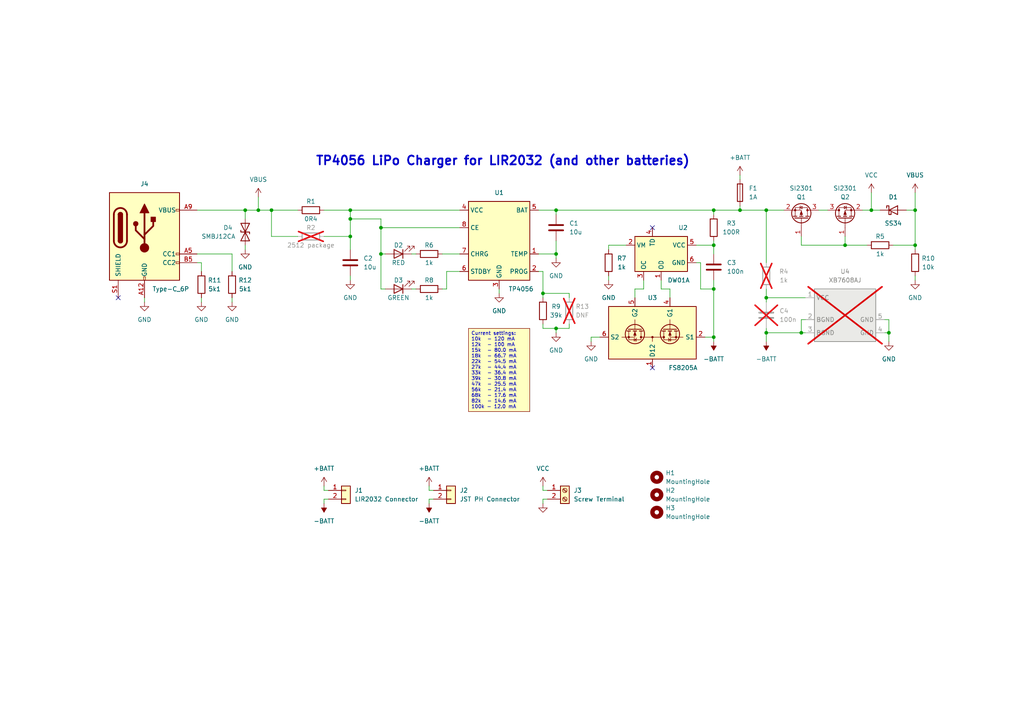
<source format=kicad_sch>
(kicad_sch (version 20230121) (generator eeschema)

  (uuid dd280a5b-a4c7-403e-af32-aa31c481c387)

  (paper "A4")

  (lib_symbols
    (symbol "Connector:Screw_Terminal_01x02" (pin_names (offset 1.016) hide) (in_bom yes) (on_board yes)
      (property "Reference" "J" (at 0 2.54 0)
        (effects (font (size 1.27 1.27)))
      )
      (property "Value" "Screw_Terminal_01x02" (at 0 -5.08 0)
        (effects (font (size 1.27 1.27)))
      )
      (property "Footprint" "" (at 0 0 0)
        (effects (font (size 1.27 1.27)) hide)
      )
      (property "Datasheet" "~" (at 0 0 0)
        (effects (font (size 1.27 1.27)) hide)
      )
      (property "ki_keywords" "screw terminal" (at 0 0 0)
        (effects (font (size 1.27 1.27)) hide)
      )
      (property "ki_description" "Generic screw terminal, single row, 01x02, script generated (kicad-library-utils/schlib/autogen/connector/)" (at 0 0 0)
        (effects (font (size 1.27 1.27)) hide)
      )
      (property "ki_fp_filters" "TerminalBlock*:*" (at 0 0 0)
        (effects (font (size 1.27 1.27)) hide)
      )
      (symbol "Screw_Terminal_01x02_1_1"
        (rectangle (start -1.27 1.27) (end 1.27 -3.81)
          (stroke (width 0.254) (type default))
          (fill (type background))
        )
        (circle (center 0 -2.54) (radius 0.635)
          (stroke (width 0.1524) (type default))
          (fill (type none))
        )
        (polyline
          (pts
            (xy -0.5334 -2.2098)
            (xy 0.3302 -3.048)
          )
          (stroke (width 0.1524) (type default))
          (fill (type none))
        )
        (polyline
          (pts
            (xy -0.5334 0.3302)
            (xy 0.3302 -0.508)
          )
          (stroke (width 0.1524) (type default))
          (fill (type none))
        )
        (polyline
          (pts
            (xy -0.3556 -2.032)
            (xy 0.508 -2.8702)
          )
          (stroke (width 0.1524) (type default))
          (fill (type none))
        )
        (polyline
          (pts
            (xy -0.3556 0.508)
            (xy 0.508 -0.3302)
          )
          (stroke (width 0.1524) (type default))
          (fill (type none))
        )
        (circle (center 0 0) (radius 0.635)
          (stroke (width 0.1524) (type default))
          (fill (type none))
        )
        (pin passive line (at -5.08 0 0) (length 3.81)
          (name "Pin_1" (effects (font (size 1.27 1.27))))
          (number "1" (effects (font (size 1.27 1.27))))
        )
        (pin passive line (at -5.08 -2.54 0) (length 3.81)
          (name "Pin_2" (effects (font (size 1.27 1.27))))
          (number "2" (effects (font (size 1.27 1.27))))
        )
      )
    )
    (symbol "Connector:USB_C_Receptacle_PowerOnly_6P" (pin_names (offset 1.016)) (in_bom yes) (on_board yes)
      (property "Reference" "J" (at 0 16.51 0)
        (effects (font (size 1.27 1.27)) (justify bottom))
      )
      (property "Value" "USB_C_Receptacle_PowerOnly_6P" (at 0 13.97 0)
        (effects (font (size 1.27 1.27)) (justify bottom))
      )
      (property "Footprint" "" (at 3.81 2.54 0)
        (effects (font (size 1.27 1.27)) hide)
      )
      (property "Datasheet" "https://www.usb.org/sites/default/files/documents/usb_type-c.zip" (at 0 0 0)
        (effects (font (size 1.27 1.27)) hide)
      )
      (property "ki_keywords" "usb universal serial bus type-C power-only charging-only 6P 6C" (at 0 0 0)
        (effects (font (size 1.27 1.27)) hide)
      )
      (property "ki_description" "USB Power-Only 6P Type-C Receptacle connector" (at 0 0 0)
        (effects (font (size 1.27 1.27)) hide)
      )
      (property "ki_fp_filters" "USB*C*Receptacle*" (at 0 0 0)
        (effects (font (size 1.27 1.27)) hide)
      )
      (symbol "USB_C_Receptacle_PowerOnly_6P_0_0"
        (rectangle (start -0.254 -12.7) (end 0.254 -11.684)
          (stroke (width 0) (type default))
          (fill (type none))
        )
        (rectangle (start 10.16 -7.366) (end 9.144 -7.874)
          (stroke (width 0) (type default))
          (fill (type none))
        )
        (rectangle (start 10.16 -4.826) (end 9.144 -5.334)
          (stroke (width 0) (type default))
          (fill (type none))
        )
        (rectangle (start 10.16 7.874) (end 9.144 7.366)
          (stroke (width 0) (type default))
          (fill (type none))
        )
      )
      (symbol "USB_C_Receptacle_PowerOnly_6P_0_1"
        (rectangle (start -10.16 12.7) (end 10.16 -12.7)
          (stroke (width 0.254) (type default))
          (fill (type background))
        )
        (arc (start -8.89 -1.27) (mid -6.985 -3.1667) (end -5.08 -1.27)
          (stroke (width 0.508) (type default))
          (fill (type none))
        )
        (arc (start -7.62 -1.27) (mid -6.985 -1.9023) (end -6.35 -1.27)
          (stroke (width 0.254) (type default))
          (fill (type none))
        )
        (arc (start -7.62 -1.27) (mid -6.985 -1.9023) (end -6.35 -1.27)
          (stroke (width 0.254) (type default))
          (fill (type outline))
        )
        (rectangle (start -7.62 -1.27) (end -6.35 6.35)
          (stroke (width 0.254) (type default))
          (fill (type outline))
        )
        (arc (start -6.35 6.35) (mid -6.985 6.9823) (end -7.62 6.35)
          (stroke (width 0.254) (type default))
          (fill (type none))
        )
        (arc (start -6.35 6.35) (mid -6.985 6.9823) (end -7.62 6.35)
          (stroke (width 0.254) (type default))
          (fill (type outline))
        )
        (arc (start -5.08 6.35) (mid -6.985 8.2467) (end -8.89 6.35)
          (stroke (width 0.508) (type default))
          (fill (type none))
        )
        (circle (center -2.54 3.683) (radius 0.635)
          (stroke (width 0.254) (type default))
          (fill (type outline))
        )
        (circle (center 0 -3.302) (radius 1.27)
          (stroke (width 0) (type default))
          (fill (type outline))
        )
        (polyline
          (pts
            (xy -8.89 -1.27)
            (xy -8.89 6.35)
          )
          (stroke (width 0.508) (type default))
          (fill (type none))
        )
        (polyline
          (pts
            (xy -5.08 6.35)
            (xy -5.08 -1.27)
          )
          (stroke (width 0.508) (type default))
          (fill (type none))
        )
        (polyline
          (pts
            (xy 0 -3.302)
            (xy 0 6.858)
          )
          (stroke (width 0.508) (type default))
          (fill (type none))
        )
        (polyline
          (pts
            (xy 0 -0.762)
            (xy -2.54 1.778)
            (xy -2.54 3.048)
          )
          (stroke (width 0.508) (type default))
          (fill (type none))
        )
        (polyline
          (pts
            (xy 0 0.508)
            (xy 2.54 3.048)
            (xy 2.54 4.318)
          )
          (stroke (width 0.508) (type default))
          (fill (type none))
        )
        (polyline
          (pts
            (xy -1.27 6.858)
            (xy 0 9.398)
            (xy 1.27 6.858)
            (xy -1.27 6.858)
          )
          (stroke (width 0.254) (type default))
          (fill (type outline))
        )
        (rectangle (start 1.905 4.318) (end 3.175 5.588)
          (stroke (width 0.254) (type default))
          (fill (type outline))
        )
      )
      (symbol "USB_C_Receptacle_PowerOnly_6P_1_1"
        (pin passive line (at 0 -17.78 90) (length 5.08)
          (name "GND" (effects (font (size 1.27 1.27))))
          (number "A12" (effects (font (size 1.27 1.27))))
        )
        (pin bidirectional line (at 15.24 -5.08 180) (length 5.08)
          (name "CC1" (effects (font (size 1.27 1.27))))
          (number "A5" (effects (font (size 1.27 1.27))))
        )
        (pin passive line (at 15.24 7.62 180) (length 5.08)
          (name "VBUS" (effects (font (size 1.27 1.27))))
          (number "A9" (effects (font (size 1.27 1.27))))
        )
        (pin passive line (at 0 -17.78 90) (length 5.08) hide
          (name "GND" (effects (font (size 1.27 1.27))))
          (number "B12" (effects (font (size 1.27 1.27))))
        )
        (pin bidirectional line (at 15.24 -7.62 180) (length 5.08)
          (name "CC2" (effects (font (size 1.27 1.27))))
          (number "B5" (effects (font (size 1.27 1.27))))
        )
        (pin passive line (at 15.24 7.62 180) (length 5.08) hide
          (name "VBUS" (effects (font (size 1.27 1.27))))
          (number "B9" (effects (font (size 1.27 1.27))))
        )
        (pin passive line (at -7.62 -17.78 90) (length 5.08)
          (name "SHIELD" (effects (font (size 1.27 1.27))))
          (number "S1" (effects (font (size 1.27 1.27))))
        )
      )
    )
    (symbol "Connector_Generic:Conn_01x02" (pin_names (offset 1.016) hide) (in_bom yes) (on_board yes)
      (property "Reference" "J" (at 0 2.54 0)
        (effects (font (size 1.27 1.27)))
      )
      (property "Value" "Conn_01x02" (at 0 -5.08 0)
        (effects (font (size 1.27 1.27)))
      )
      (property "Footprint" "" (at 0 0 0)
        (effects (font (size 1.27 1.27)) hide)
      )
      (property "Datasheet" "~" (at 0 0 0)
        (effects (font (size 1.27 1.27)) hide)
      )
      (property "ki_keywords" "connector" (at 0 0 0)
        (effects (font (size 1.27 1.27)) hide)
      )
      (property "ki_description" "Generic connector, single row, 01x02, script generated (kicad-library-utils/schlib/autogen/connector/)" (at 0 0 0)
        (effects (font (size 1.27 1.27)) hide)
      )
      (property "ki_fp_filters" "Connector*:*_1x??_*" (at 0 0 0)
        (effects (font (size 1.27 1.27)) hide)
      )
      (symbol "Conn_01x02_1_1"
        (rectangle (start -1.27 -2.413) (end 0 -2.667)
          (stroke (width 0.1524) (type default))
          (fill (type none))
        )
        (rectangle (start -1.27 0.127) (end 0 -0.127)
          (stroke (width 0.1524) (type default))
          (fill (type none))
        )
        (rectangle (start -1.27 1.27) (end 1.27 -3.81)
          (stroke (width 0.254) (type default))
          (fill (type background))
        )
        (pin passive line (at -5.08 0 0) (length 3.81)
          (name "Pin_1" (effects (font (size 1.27 1.27))))
          (number "1" (effects (font (size 1.27 1.27))))
        )
        (pin passive line (at -5.08 -2.54 0) (length 3.81)
          (name "Pin_2" (effects (font (size 1.27 1.27))))
          (number "2" (effects (font (size 1.27 1.27))))
        )
      )
    )
    (symbol "Device:C" (pin_numbers hide) (pin_names (offset 0.254)) (in_bom yes) (on_board yes)
      (property "Reference" "C" (at 0.635 2.54 0)
        (effects (font (size 1.27 1.27)) (justify left))
      )
      (property "Value" "C" (at 0.635 -2.54 0)
        (effects (font (size 1.27 1.27)) (justify left))
      )
      (property "Footprint" "" (at 0.9652 -3.81 0)
        (effects (font (size 1.27 1.27)) hide)
      )
      (property "Datasheet" "~" (at 0 0 0)
        (effects (font (size 1.27 1.27)) hide)
      )
      (property "ki_keywords" "cap capacitor" (at 0 0 0)
        (effects (font (size 1.27 1.27)) hide)
      )
      (property "ki_description" "Unpolarized capacitor" (at 0 0 0)
        (effects (font (size 1.27 1.27)) hide)
      )
      (property "ki_fp_filters" "C_*" (at 0 0 0)
        (effects (font (size 1.27 1.27)) hide)
      )
      (symbol "C_0_1"
        (polyline
          (pts
            (xy -2.032 -0.762)
            (xy 2.032 -0.762)
          )
          (stroke (width 0.508) (type default))
          (fill (type none))
        )
        (polyline
          (pts
            (xy -2.032 0.762)
            (xy 2.032 0.762)
          )
          (stroke (width 0.508) (type default))
          (fill (type none))
        )
      )
      (symbol "C_1_1"
        (pin passive line (at 0 3.81 270) (length 2.794)
          (name "~" (effects (font (size 1.27 1.27))))
          (number "1" (effects (font (size 1.27 1.27))))
        )
        (pin passive line (at 0 -3.81 90) (length 2.794)
          (name "~" (effects (font (size 1.27 1.27))))
          (number "2" (effects (font (size 1.27 1.27))))
        )
      )
    )
    (symbol "Device:D_Schottky" (pin_numbers hide) (pin_names (offset 1.016) hide) (in_bom yes) (on_board yes)
      (property "Reference" "D" (at 0 2.54 0)
        (effects (font (size 1.27 1.27)))
      )
      (property "Value" "D_Schottky" (at 0 -2.54 0)
        (effects (font (size 1.27 1.27)))
      )
      (property "Footprint" "" (at 0 0 0)
        (effects (font (size 1.27 1.27)) hide)
      )
      (property "Datasheet" "~" (at 0 0 0)
        (effects (font (size 1.27 1.27)) hide)
      )
      (property "ki_keywords" "diode Schottky" (at 0 0 0)
        (effects (font (size 1.27 1.27)) hide)
      )
      (property "ki_description" "Schottky diode" (at 0 0 0)
        (effects (font (size 1.27 1.27)) hide)
      )
      (property "ki_fp_filters" "TO-???* *_Diode_* *SingleDiode* D_*" (at 0 0 0)
        (effects (font (size 1.27 1.27)) hide)
      )
      (symbol "D_Schottky_0_1"
        (polyline
          (pts
            (xy 1.27 0)
            (xy -1.27 0)
          )
          (stroke (width 0) (type default))
          (fill (type none))
        )
        (polyline
          (pts
            (xy 1.27 1.27)
            (xy 1.27 -1.27)
            (xy -1.27 0)
            (xy 1.27 1.27)
          )
          (stroke (width 0.254) (type default))
          (fill (type none))
        )
        (polyline
          (pts
            (xy -1.905 0.635)
            (xy -1.905 1.27)
            (xy -1.27 1.27)
            (xy -1.27 -1.27)
            (xy -0.635 -1.27)
            (xy -0.635 -0.635)
          )
          (stroke (width 0.254) (type default))
          (fill (type none))
        )
      )
      (symbol "D_Schottky_1_1"
        (pin passive line (at -3.81 0 0) (length 2.54)
          (name "K" (effects (font (size 1.27 1.27))))
          (number "1" (effects (font (size 1.27 1.27))))
        )
        (pin passive line (at 3.81 0 180) (length 2.54)
          (name "A" (effects (font (size 1.27 1.27))))
          (number "2" (effects (font (size 1.27 1.27))))
        )
      )
    )
    (symbol "Device:D_TVS" (pin_numbers hide) (pin_names (offset 1.016) hide) (in_bom yes) (on_board yes)
      (property "Reference" "D" (at 0 2.54 0)
        (effects (font (size 1.27 1.27)))
      )
      (property "Value" "D_TVS" (at 0 -2.54 0)
        (effects (font (size 1.27 1.27)))
      )
      (property "Footprint" "" (at 0 0 0)
        (effects (font (size 1.27 1.27)) hide)
      )
      (property "Datasheet" "~" (at 0 0 0)
        (effects (font (size 1.27 1.27)) hide)
      )
      (property "ki_keywords" "diode TVS thyrector" (at 0 0 0)
        (effects (font (size 1.27 1.27)) hide)
      )
      (property "ki_description" "Bidirectional transient-voltage-suppression diode" (at 0 0 0)
        (effects (font (size 1.27 1.27)) hide)
      )
      (property "ki_fp_filters" "TO-???* *_Diode_* *SingleDiode* D_*" (at 0 0 0)
        (effects (font (size 1.27 1.27)) hide)
      )
      (symbol "D_TVS_0_1"
        (polyline
          (pts
            (xy 1.27 0)
            (xy -1.27 0)
          )
          (stroke (width 0) (type default))
          (fill (type none))
        )
        (polyline
          (pts
            (xy 0.508 1.27)
            (xy 0 1.27)
            (xy 0 -1.27)
            (xy -0.508 -1.27)
          )
          (stroke (width 0.254) (type default))
          (fill (type none))
        )
        (polyline
          (pts
            (xy -2.54 1.27)
            (xy -2.54 -1.27)
            (xy 2.54 1.27)
            (xy 2.54 -1.27)
            (xy -2.54 1.27)
          )
          (stroke (width 0.254) (type default))
          (fill (type none))
        )
      )
      (symbol "D_TVS_1_1"
        (pin passive line (at -3.81 0 0) (length 2.54)
          (name "A1" (effects (font (size 1.27 1.27))))
          (number "1" (effects (font (size 1.27 1.27))))
        )
        (pin passive line (at 3.81 0 180) (length 2.54)
          (name "A2" (effects (font (size 1.27 1.27))))
          (number "2" (effects (font (size 1.27 1.27))))
        )
      )
    )
    (symbol "Device:Fuse" (pin_numbers hide) (pin_names (offset 0)) (in_bom yes) (on_board yes)
      (property "Reference" "F" (at 2.032 0 90)
        (effects (font (size 1.27 1.27)))
      )
      (property "Value" "Fuse" (at -1.905 0 90)
        (effects (font (size 1.27 1.27)))
      )
      (property "Footprint" "" (at -1.778 0 90)
        (effects (font (size 1.27 1.27)) hide)
      )
      (property "Datasheet" "~" (at 0 0 0)
        (effects (font (size 1.27 1.27)) hide)
      )
      (property "ki_keywords" "fuse" (at 0 0 0)
        (effects (font (size 1.27 1.27)) hide)
      )
      (property "ki_description" "Fuse" (at 0 0 0)
        (effects (font (size 1.27 1.27)) hide)
      )
      (property "ki_fp_filters" "*Fuse*" (at 0 0 0)
        (effects (font (size 1.27 1.27)) hide)
      )
      (symbol "Fuse_0_1"
        (rectangle (start -0.762 -2.54) (end 0.762 2.54)
          (stroke (width 0.254) (type default))
          (fill (type none))
        )
        (polyline
          (pts
            (xy 0 2.54)
            (xy 0 -2.54)
          )
          (stroke (width 0) (type default))
          (fill (type none))
        )
      )
      (symbol "Fuse_1_1"
        (pin passive line (at 0 3.81 270) (length 1.27)
          (name "~" (effects (font (size 1.27 1.27))))
          (number "1" (effects (font (size 1.27 1.27))))
        )
        (pin passive line (at 0 -3.81 90) (length 1.27)
          (name "~" (effects (font (size 1.27 1.27))))
          (number "2" (effects (font (size 1.27 1.27))))
        )
      )
    )
    (symbol "Device:LED" (pin_numbers hide) (pin_names (offset 1.016) hide) (in_bom yes) (on_board yes)
      (property "Reference" "D" (at 0 2.54 0)
        (effects (font (size 1.27 1.27)))
      )
      (property "Value" "LED" (at 0 -2.54 0)
        (effects (font (size 1.27 1.27)))
      )
      (property "Footprint" "" (at 0 0 0)
        (effects (font (size 1.27 1.27)) hide)
      )
      (property "Datasheet" "~" (at 0 0 0)
        (effects (font (size 1.27 1.27)) hide)
      )
      (property "ki_keywords" "LED diode" (at 0 0 0)
        (effects (font (size 1.27 1.27)) hide)
      )
      (property "ki_description" "Light emitting diode" (at 0 0 0)
        (effects (font (size 1.27 1.27)) hide)
      )
      (property "ki_fp_filters" "LED* LED_SMD:* LED_THT:*" (at 0 0 0)
        (effects (font (size 1.27 1.27)) hide)
      )
      (symbol "LED_0_1"
        (polyline
          (pts
            (xy -1.27 -1.27)
            (xy -1.27 1.27)
          )
          (stroke (width 0.254) (type default))
          (fill (type none))
        )
        (polyline
          (pts
            (xy -1.27 0)
            (xy 1.27 0)
          )
          (stroke (width 0) (type default))
          (fill (type none))
        )
        (polyline
          (pts
            (xy 1.27 -1.27)
            (xy 1.27 1.27)
            (xy -1.27 0)
            (xy 1.27 -1.27)
          )
          (stroke (width 0.254) (type default))
          (fill (type none))
        )
        (polyline
          (pts
            (xy -3.048 -0.762)
            (xy -4.572 -2.286)
            (xy -3.81 -2.286)
            (xy -4.572 -2.286)
            (xy -4.572 -1.524)
          )
          (stroke (width 0) (type default))
          (fill (type none))
        )
        (polyline
          (pts
            (xy -1.778 -0.762)
            (xy -3.302 -2.286)
            (xy -2.54 -2.286)
            (xy -3.302 -2.286)
            (xy -3.302 -1.524)
          )
          (stroke (width 0) (type default))
          (fill (type none))
        )
      )
      (symbol "LED_1_1"
        (pin passive line (at -3.81 0 0) (length 2.54)
          (name "K" (effects (font (size 1.27 1.27))))
          (number "1" (effects (font (size 1.27 1.27))))
        )
        (pin passive line (at 3.81 0 180) (length 2.54)
          (name "A" (effects (font (size 1.27 1.27))))
          (number "2" (effects (font (size 1.27 1.27))))
        )
      )
    )
    (symbol "Device:Q_PMOS_GSD" (pin_names (offset 0) hide) (in_bom yes) (on_board yes)
      (property "Reference" "Q" (at 5.08 1.27 0)
        (effects (font (size 1.27 1.27)) (justify left))
      )
      (property "Value" "Q_PMOS_GSD" (at 5.08 -1.27 0)
        (effects (font (size 1.27 1.27)) (justify left))
      )
      (property "Footprint" "" (at 5.08 2.54 0)
        (effects (font (size 1.27 1.27)) hide)
      )
      (property "Datasheet" "~" (at 0 0 0)
        (effects (font (size 1.27 1.27)) hide)
      )
      (property "ki_keywords" "transistor PMOS P-MOS P-MOSFET" (at 0 0 0)
        (effects (font (size 1.27 1.27)) hide)
      )
      (property "ki_description" "P-MOSFET transistor, gate/source/drain" (at 0 0 0)
        (effects (font (size 1.27 1.27)) hide)
      )
      (symbol "Q_PMOS_GSD_0_1"
        (polyline
          (pts
            (xy 0.254 0)
            (xy -2.54 0)
          )
          (stroke (width 0) (type default))
          (fill (type none))
        )
        (polyline
          (pts
            (xy 0.254 1.905)
            (xy 0.254 -1.905)
          )
          (stroke (width 0.254) (type default))
          (fill (type none))
        )
        (polyline
          (pts
            (xy 0.762 -1.27)
            (xy 0.762 -2.286)
          )
          (stroke (width 0.254) (type default))
          (fill (type none))
        )
        (polyline
          (pts
            (xy 0.762 0.508)
            (xy 0.762 -0.508)
          )
          (stroke (width 0.254) (type default))
          (fill (type none))
        )
        (polyline
          (pts
            (xy 0.762 2.286)
            (xy 0.762 1.27)
          )
          (stroke (width 0.254) (type default))
          (fill (type none))
        )
        (polyline
          (pts
            (xy 2.54 2.54)
            (xy 2.54 1.778)
          )
          (stroke (width 0) (type default))
          (fill (type none))
        )
        (polyline
          (pts
            (xy 2.54 -2.54)
            (xy 2.54 0)
            (xy 0.762 0)
          )
          (stroke (width 0) (type default))
          (fill (type none))
        )
        (polyline
          (pts
            (xy 0.762 1.778)
            (xy 3.302 1.778)
            (xy 3.302 -1.778)
            (xy 0.762 -1.778)
          )
          (stroke (width 0) (type default))
          (fill (type none))
        )
        (polyline
          (pts
            (xy 2.286 0)
            (xy 1.27 0.381)
            (xy 1.27 -0.381)
            (xy 2.286 0)
          )
          (stroke (width 0) (type default))
          (fill (type outline))
        )
        (polyline
          (pts
            (xy 2.794 -0.508)
            (xy 2.921 -0.381)
            (xy 3.683 -0.381)
            (xy 3.81 -0.254)
          )
          (stroke (width 0) (type default))
          (fill (type none))
        )
        (polyline
          (pts
            (xy 3.302 -0.381)
            (xy 2.921 0.254)
            (xy 3.683 0.254)
            (xy 3.302 -0.381)
          )
          (stroke (width 0) (type default))
          (fill (type none))
        )
        (circle (center 1.651 0) (radius 2.794)
          (stroke (width 0.254) (type default))
          (fill (type none))
        )
        (circle (center 2.54 -1.778) (radius 0.254)
          (stroke (width 0) (type default))
          (fill (type outline))
        )
        (circle (center 2.54 1.778) (radius 0.254)
          (stroke (width 0) (type default))
          (fill (type outline))
        )
      )
      (symbol "Q_PMOS_GSD_1_1"
        (pin input line (at -5.08 0 0) (length 2.54)
          (name "G" (effects (font (size 1.27 1.27))))
          (number "1" (effects (font (size 1.27 1.27))))
        )
        (pin passive line (at 2.54 -5.08 90) (length 2.54)
          (name "S" (effects (font (size 1.27 1.27))))
          (number "2" (effects (font (size 1.27 1.27))))
        )
        (pin passive line (at 2.54 5.08 270) (length 2.54)
          (name "D" (effects (font (size 1.27 1.27))))
          (number "3" (effects (font (size 1.27 1.27))))
        )
      )
    )
    (symbol "Device:R" (pin_numbers hide) (pin_names (offset 0)) (in_bom yes) (on_board yes)
      (property "Reference" "R" (at 2.032 0 90)
        (effects (font (size 1.27 1.27)))
      )
      (property "Value" "R" (at 0 0 90)
        (effects (font (size 1.27 1.27)))
      )
      (property "Footprint" "" (at -1.778 0 90)
        (effects (font (size 1.27 1.27)) hide)
      )
      (property "Datasheet" "~" (at 0 0 0)
        (effects (font (size 1.27 1.27)) hide)
      )
      (property "ki_keywords" "R res resistor" (at 0 0 0)
        (effects (font (size 1.27 1.27)) hide)
      )
      (property "ki_description" "Resistor" (at 0 0 0)
        (effects (font (size 1.27 1.27)) hide)
      )
      (property "ki_fp_filters" "R_*" (at 0 0 0)
        (effects (font (size 1.27 1.27)) hide)
      )
      (symbol "R_0_1"
        (rectangle (start -1.016 -2.54) (end 1.016 2.54)
          (stroke (width 0.254) (type default))
          (fill (type none))
        )
      )
      (symbol "R_1_1"
        (pin passive line (at 0 3.81 270) (length 1.27)
          (name "~" (effects (font (size 1.27 1.27))))
          (number "1" (effects (font (size 1.27 1.27))))
        )
        (pin passive line (at 0 -3.81 90) (length 1.27)
          (name "~" (effects (font (size 1.27 1.27))))
          (number "2" (effects (font (size 1.27 1.27))))
        )
      )
    )
    (symbol "Mechanical:MountingHole" (pin_names (offset 1.016)) (in_bom yes) (on_board yes)
      (property "Reference" "H" (at 0 5.08 0)
        (effects (font (size 1.27 1.27)))
      )
      (property "Value" "MountingHole" (at 0 3.175 0)
        (effects (font (size 1.27 1.27)))
      )
      (property "Footprint" "" (at 0 0 0)
        (effects (font (size 1.27 1.27)) hide)
      )
      (property "Datasheet" "~" (at 0 0 0)
        (effects (font (size 1.27 1.27)) hide)
      )
      (property "ki_keywords" "mounting hole" (at 0 0 0)
        (effects (font (size 1.27 1.27)) hide)
      )
      (property "ki_description" "Mounting Hole without connection" (at 0 0 0)
        (effects (font (size 1.27 1.27)) hide)
      )
      (property "ki_fp_filters" "MountingHole*" (at 0 0 0)
        (effects (font (size 1.27 1.27)) hide)
      )
      (symbol "MountingHole_0_1"
        (circle (center 0 0) (radius 1.27)
          (stroke (width 1.27) (type default))
          (fill (type none))
        )
      )
    )
    (symbol "New_Library:DW01A" (in_bom yes) (on_board yes)
      (property "Reference" "U" (at -6.35 6.35 0)
        (effects (font (size 1.27 1.27)))
      )
      (property "Value" "DW01A" (at 10.16 -6.35 0)
        (effects (font (size 1.27 1.27)))
      )
      (property "Footprint" "Package_TO_SOT_SMD:SOT-23-6" (at 0 -15.24 0)
        (effects (font (size 1.27 1.27)) hide)
      )
      (property "Datasheet" "https://www.lcsc.com/datasheet/lcsc_datasheet_1901091236_PUOLOP-DW01A_C351410.pdf" (at 0 -17.78 0)
        (effects (font (size 1.27 1.27)) hide)
      )
      (symbol "DW01A_1_1"
        (rectangle (start -7.62 5.08) (end 7.62 -5.08)
          (stroke (width 0.254) (type default))
          (fill (type background))
        )
        (pin input line (at 0 -7.62 90) (length 2.54)
          (name "OD" (effects (font (size 1.27 1.27))))
          (number "1" (effects (font (size 1.27 1.27))))
        )
        (pin input line (at 10.16 2.54 180) (length 2.54)
          (name "VM" (effects (font (size 1.27 1.27))))
          (number "2" (effects (font (size 1.27 1.27))))
        )
        (pin input line (at 5.08 -7.62 90) (length 2.54)
          (name "OC" (effects (font (size 1.27 1.27))))
          (number "3" (effects (font (size 1.27 1.27))))
        )
        (pin input line (at 2.54 7.62 270) (length 2.54)
          (name "TD" (effects (font (size 1.27 1.27))))
          (number "4" (effects (font (size 1.27 1.27))))
        )
        (pin input line (at -10.16 2.54 0) (length 2.54)
          (name "VCC" (effects (font (size 1.27 1.27))))
          (number "5" (effects (font (size 1.27 1.27))))
        )
        (pin input line (at -10.16 -2.54 0) (length 2.54)
          (name "GND" (effects (font (size 1.27 1.27))))
          (number "6" (effects (font (size 1.27 1.27))))
        )
      )
    )
    (symbol "New_Library:FS8205A" (in_bom yes) (on_board yes)
      (property "Reference" "U" (at -11.43 -13.97 0)
        (effects (font (size 1.27 1.27)))
      )
      (property "Value" "FS8205A" (at 0 0 0)
        (effects (font (size 1.27 1.27)))
      )
      (property "Footprint" "Package_SO:TSSOP-8_4.4x3mm_P0.65mm" (at 21.59 -15.24 0)
        (effects (font (size 1.27 1.27)) hide)
      )
      (property "Datasheet" "https://www.ic-fortune.com/upload/Download/FS8205A-DS-12_EN.pdf" (at 36.83 -17.78 0)
        (effects (font (size 1.27 1.27)) hide)
      )
      (symbol "FS8205A_0_1"
        (polyline
          (pts
            (xy -3.302 -6.35)
            (xy 3.302 -6.35)
          )
          (stroke (width 0) (type default))
          (fill (type none))
        )
        (polyline
          (pts
            (xy 2.794 -4.572)
            (xy 3.81 -4.572)
          )
          (stroke (width 0.254) (type default))
          (fill (type none))
        )
        (polyline
          (pts
            (xy 3.175 -4.064)
            (xy 6.985 -4.064)
          )
          (stroke (width 0.254) (type default))
          (fill (type none))
        )
        (polyline
          (pts
            (xy 4.572 -4.572)
            (xy 5.588 -4.572)
          )
          (stroke (width 0.254) (type default))
          (fill (type none))
        )
        (polyline
          (pts
            (xy 5.08 -4.064)
            (xy 5.08 -1.27)
          )
          (stroke (width 0) (type default))
          (fill (type none))
        )
        (polyline
          (pts
            (xy 6.35 -4.572)
            (xy 7.366 -4.572)
          )
          (stroke (width 0.254) (type default))
          (fill (type none))
        )
        (polyline
          (pts
            (xy 7.62 -6.35)
            (xy 5.08 -6.35)
            (xy 5.08 -4.572)
          )
          (stroke (width 0) (type default))
          (fill (type none))
        )
        (polyline
          (pts
            (xy 4.572 -6.604)
            (xy 4.699 -6.731)
            (xy 4.699 -7.493)
            (xy 4.826 -7.62)
          )
          (stroke (width 0) (type default))
          (fill (type none))
        )
        (polyline
          (pts
            (xy 4.699 -7.112)
            (xy 5.334 -6.731)
            (xy 5.334 -7.493)
            (xy 4.699 -7.112)
          )
          (stroke (width 0) (type default))
          (fill (type none))
        )
        (polyline
          (pts
            (xy 5.08 -4.826)
            (xy 4.699 -5.842)
            (xy 5.461 -5.842)
            (xy 5.08 -4.826)
          )
          (stroke (width 0) (type default))
          (fill (type outline))
        )
        (polyline
          (pts
            (xy 6.858 -4.572)
            (xy 6.858 -7.112)
            (xy 3.302 -7.112)
            (xy 3.302 -4.572)
          )
          (stroke (width 0) (type default))
          (fill (type none))
        )
        (circle (center 3.302 -6.35) (radius 0.254)
          (stroke (width 0) (type default))
          (fill (type outline))
        )
        (circle (center 5.08 -5.461) (radius 2.794)
          (stroke (width 0.254) (type default))
          (fill (type none))
        )
        (circle (center 6.858 -6.35) (radius 0.254)
          (stroke (width 0) (type default))
          (fill (type outline))
        )
      )
      (symbol "FS8205A_1_1"
        (rectangle (start -12.7 2.54) (end 12.7 -12.7)
          (stroke (width 0.254) (type default))
          (fill (type background))
        )
        (circle (center -6.858 -6.35) (radius 0.254)
          (stroke (width 0) (type default))
          (fill (type outline))
        )
        (circle (center -5.08 -5.461) (radius 2.794)
          (stroke (width 0.254) (type default))
          (fill (type none))
        )
        (circle (center -3.302 -6.35) (radius 0.254)
          (stroke (width 0) (type default))
          (fill (type outline))
        )
        (circle (center 0 -6.35) (radius 0.254)
          (stroke (width 0) (type default))
          (fill (type outline))
        )
        (polyline
          (pts
            (xy -7.62 -6.35)
            (xy -8.89 -6.35)
          )
          (stroke (width 0) (type default))
          (fill (type none))
        )
        (polyline
          (pts
            (xy -6.35 -4.572)
            (xy -7.366 -4.572)
          )
          (stroke (width 0.254) (type default))
          (fill (type none))
        )
        (polyline
          (pts
            (xy -5.08 -4.064)
            (xy -5.08 -1.27)
          )
          (stroke (width 0) (type default))
          (fill (type none))
        )
        (polyline
          (pts
            (xy -4.572 -4.572)
            (xy -5.588 -4.572)
          )
          (stroke (width 0.254) (type default))
          (fill (type none))
        )
        (polyline
          (pts
            (xy -3.175 -4.064)
            (xy -6.985 -4.064)
          )
          (stroke (width 0.254) (type default))
          (fill (type none))
        )
        (polyline
          (pts
            (xy -2.794 -4.572)
            (xy -3.81 -4.572)
          )
          (stroke (width 0.254) (type default))
          (fill (type none))
        )
        (polyline
          (pts
            (xy 0 -6.35)
            (xy 0 -7.62)
          )
          (stroke (width 0) (type default))
          (fill (type none))
        )
        (polyline
          (pts
            (xy 8.89 -6.35)
            (xy 7.62 -6.35)
          )
          (stroke (width 0) (type default))
          (fill (type none))
        )
        (polyline
          (pts
            (xy -7.62 -6.35)
            (xy -5.08 -6.35)
            (xy -5.08 -4.572)
          )
          (stroke (width 0) (type default))
          (fill (type none))
        )
        (polyline
          (pts
            (xy -6.858 -4.572)
            (xy -6.858 -7.112)
            (xy -3.302 -7.112)
            (xy -3.302 -4.572)
          )
          (stroke (width 0) (type default))
          (fill (type none))
        )
        (polyline
          (pts
            (xy -5.08 -4.826)
            (xy -4.699 -5.842)
            (xy -5.461 -5.842)
            (xy -5.08 -4.826)
          )
          (stroke (width 0) (type default))
          (fill (type outline))
        )
        (polyline
          (pts
            (xy -4.699 -7.112)
            (xy -5.334 -6.731)
            (xy -5.334 -7.493)
            (xy -4.699 -7.112)
          )
          (stroke (width 0) (type default))
          (fill (type none))
        )
        (polyline
          (pts
            (xy -4.572 -6.604)
            (xy -4.699 -6.731)
            (xy -4.699 -7.493)
            (xy -4.826 -7.62)
          )
          (stroke (width 0) (type default))
          (fill (type none))
        )
        (pin passive line (at 0 -15.24 90) (length 2.54)
          (name "D12" (effects (font (size 1.27 1.27))))
          (number "1" (effects (font (size 1.27 1.27))))
        )
        (pin passive line (at -15.24 -6.35 0) (length 2.54)
          (name "S1" (effects (font (size 1.27 1.27))))
          (number "2" (effects (font (size 1.27 1.27))))
        )
        (pin passive line (at -15.24 -6.35 0) (length 2.54) hide
          (name "S1" (effects (font (size 1.27 1.27))))
          (number "3" (effects (font (size 1.27 1.27))))
        )
        (pin input line (at -5.08 5.08 270) (length 2.54)
          (name "G1" (effects (font (size 1.27 1.27))))
          (number "4" (effects (font (size 1.27 1.27))))
        )
        (pin input line (at 5.08 5.08 270) (length 2.54)
          (name "G2" (effects (font (size 1.27 1.27))))
          (number "5" (effects (font (size 1.27 1.27))))
        )
        (pin passive line (at 15.24 -6.35 180) (length 2.54)
          (name "S2" (effects (font (size 1.27 1.27))))
          (number "6" (effects (font (size 1.27 1.27))))
        )
        (pin passive line (at 15.24 -6.35 180) (length 2.54) hide
          (name "S2" (effects (font (size 1.27 1.27))))
          (number "7" (effects (font (size 1.27 1.27))))
        )
        (pin passive line (at 0 -15.24 90) (length 2.54) hide
          (name "D12" (effects (font (size 1.27 1.27))))
          (number "8" (effects (font (size 1.27 1.27))))
        )
      )
    )
    (symbol "New_Library:TP4056" (in_bom yes) (on_board yes)
      (property "Reference" "U" (at -7.62 12.7 0)
        (effects (font (size 1.27 1.27)))
      )
      (property "Value" "TP4056" (at 6.35 -13.97 0)
        (effects (font (size 1.27 1.27)))
      )
      (property "Footprint" "Package_SO:SOP-8_3.76x4.96mm_P1.27mm" (at 0 -19.05 0)
        (effects (font (size 1.27 1.27)) hide)
      )
      (property "Datasheet" "https://dlnmh9ip6v2uc.cloudfront.net/datasheets/Prototyping/TP4056.pdf" (at -2.54 -21.59 0)
        (effects (font (size 1.27 1.27)) hide)
      )
      (symbol "TP4056_1_1"
        (rectangle (start -8.89 11.43) (end 8.89 -11.43)
          (stroke (width 0.254) (type default))
          (fill (type background))
        )
        (pin input line (at 11.43 -3.81 180) (length 2.54)
          (name "TEMP" (effects (font (size 1.27 1.27))))
          (number "1" (effects (font (size 1.27 1.27))))
        )
        (pin input line (at 11.43 -8.89 180) (length 2.54)
          (name "PROG" (effects (font (size 1.27 1.27))))
          (number "2" (effects (font (size 1.27 1.27))))
        )
        (pin input line (at 0 -13.97 90) (length 2.54)
          (name "GND" (effects (font (size 1.27 1.27))))
          (number "3" (effects (font (size 1.27 1.27))))
        )
        (pin input line (at -11.43 8.89 0) (length 2.54)
          (name "VCC" (effects (font (size 1.27 1.27))))
          (number "4" (effects (font (size 1.27 1.27))))
        )
        (pin input line (at 11.43 8.89 180) (length 2.54)
          (name "BAT" (effects (font (size 1.27 1.27))))
          (number "5" (effects (font (size 1.27 1.27))))
        )
        (pin input line (at -11.43 -8.89 0) (length 2.54)
          (name "STDBY" (effects (font (size 1.27 1.27))))
          (number "6" (effects (font (size 1.27 1.27))))
        )
        (pin input line (at -11.43 -3.81 0) (length 2.54)
          (name "CHRG" (effects (font (size 1.27 1.27))))
          (number "7" (effects (font (size 1.27 1.27))))
        )
        (pin input line (at -11.43 3.81 0) (length 2.54)
          (name "CE" (effects (font (size 1.27 1.27))))
          (number "8" (effects (font (size 1.27 1.27))))
        )
      )
    )
    (symbol "New_Library:XB7608AJ" (in_bom yes) (on_board yes)
      (property "Reference" "U" (at -6.35 13.97 0)
        (effects (font (size 1.27 1.27)))
      )
      (property "Value" "XB7608AJ" (at 0 -5.08 0)
        (effects (font (size 1.27 1.27)))
      )
      (property "Footprint" "" (at 0 -3.81 0)
        (effects (font (size 1.27 1.27)) hide)
      )
      (property "Datasheet" "https://www.lcsc.com/datasheet/lcsc_datasheet_2106070503_XySemi-XB7608AJ_C2681921.pdf" (at 0 -7.62 0)
        (effects (font (size 1.27 1.27)) hide)
      )
      (property "Sim.Enable" "" (at 0 0 0)
        (effects (font (size 1.27 1.27)) hide)
      )
      (symbol "XB7608AJ_1_1"
        (rectangle (start -8.89 12.7) (end 8.89 -2.54)
          (stroke (width 0.254) (type default))
          (fill (type background))
        )
        (pin input line (at 11.43 10.16 180) (length 2.54)
          (name "VCC" (effects (font (size 1.27 1.27))))
          (number "1" (effects (font (size 1.27 1.27))))
        )
        (pin input line (at 11.43 3.81 180) (length 2.54)
          (name "BGND" (effects (font (size 1.27 1.27))))
          (number "2" (effects (font (size 1.27 1.27))))
        )
        (pin input line (at 11.43 0 180) (length 2.54)
          (name "BGND" (effects (font (size 1.27 1.27))))
          (number "3" (effects (font (size 1.27 1.27))))
        )
        (pin input line (at -11.43 0 0) (length 2.54)
          (name "GND" (effects (font (size 1.27 1.27))))
          (number "4" (effects (font (size 1.27 1.27))))
        )
        (pin input line (at -11.43 3.81 0) (length 2.54)
          (name "GND" (effects (font (size 1.27 1.27))))
          (number "5" (effects (font (size 1.27 1.27))))
        )
      )
    )
    (symbol "power:+BATT" (power) (pin_names (offset 0)) (in_bom yes) (on_board yes)
      (property "Reference" "#PWR" (at 0 -3.81 0)
        (effects (font (size 1.27 1.27)) hide)
      )
      (property "Value" "+BATT" (at 0 3.556 0)
        (effects (font (size 1.27 1.27)))
      )
      (property "Footprint" "" (at 0 0 0)
        (effects (font (size 1.27 1.27)) hide)
      )
      (property "Datasheet" "" (at 0 0 0)
        (effects (font (size 1.27 1.27)) hide)
      )
      (property "ki_keywords" "global power battery" (at 0 0 0)
        (effects (font (size 1.27 1.27)) hide)
      )
      (property "ki_description" "Power symbol creates a global label with name \"+BATT\"" (at 0 0 0)
        (effects (font (size 1.27 1.27)) hide)
      )
      (symbol "+BATT_0_1"
        (polyline
          (pts
            (xy -0.762 1.27)
            (xy 0 2.54)
          )
          (stroke (width 0) (type default))
          (fill (type none))
        )
        (polyline
          (pts
            (xy 0 0)
            (xy 0 2.54)
          )
          (stroke (width 0) (type default))
          (fill (type none))
        )
        (polyline
          (pts
            (xy 0 2.54)
            (xy 0.762 1.27)
          )
          (stroke (width 0) (type default))
          (fill (type none))
        )
      )
      (symbol "+BATT_1_1"
        (pin power_in line (at 0 0 90) (length 0) hide
          (name "+BATT" (effects (font (size 1.27 1.27))))
          (number "1" (effects (font (size 1.27 1.27))))
        )
      )
    )
    (symbol "power:-BATT" (power) (pin_names (offset 0)) (in_bom yes) (on_board yes)
      (property "Reference" "#PWR" (at 0 -3.81 0)
        (effects (font (size 1.27 1.27)) hide)
      )
      (property "Value" "-BATT" (at 0 3.556 0)
        (effects (font (size 1.27 1.27)))
      )
      (property "Footprint" "" (at 0 0 0)
        (effects (font (size 1.27 1.27)) hide)
      )
      (property "Datasheet" "" (at 0 0 0)
        (effects (font (size 1.27 1.27)) hide)
      )
      (property "ki_keywords" "global power battery" (at 0 0 0)
        (effects (font (size 1.27 1.27)) hide)
      )
      (property "ki_description" "Power symbol creates a global label with name \"-BATT\"" (at 0 0 0)
        (effects (font (size 1.27 1.27)) hide)
      )
      (symbol "-BATT_0_1"
        (polyline
          (pts
            (xy 0 0)
            (xy 0 2.54)
          )
          (stroke (width 0) (type default))
          (fill (type none))
        )
        (polyline
          (pts
            (xy 0.762 1.27)
            (xy -0.762 1.27)
            (xy 0 2.54)
            (xy 0.762 1.27)
          )
          (stroke (width 0) (type default))
          (fill (type outline))
        )
      )
      (symbol "-BATT_1_1"
        (pin power_in line (at 0 0 90) (length 0) hide
          (name "-BATT" (effects (font (size 1.27 1.27))))
          (number "1" (effects (font (size 1.27 1.27))))
        )
      )
    )
    (symbol "power:GND" (power) (pin_names (offset 0)) (in_bom yes) (on_board yes)
      (property "Reference" "#PWR" (at 0 -6.35 0)
        (effects (font (size 1.27 1.27)) hide)
      )
      (property "Value" "GND" (at 0 -3.81 0)
        (effects (font (size 1.27 1.27)))
      )
      (property "Footprint" "" (at 0 0 0)
        (effects (font (size 1.27 1.27)) hide)
      )
      (property "Datasheet" "" (at 0 0 0)
        (effects (font (size 1.27 1.27)) hide)
      )
      (property "ki_keywords" "global power" (at 0 0 0)
        (effects (font (size 1.27 1.27)) hide)
      )
      (property "ki_description" "Power symbol creates a global label with name \"GND\" , ground" (at 0 0 0)
        (effects (font (size 1.27 1.27)) hide)
      )
      (symbol "GND_0_1"
        (polyline
          (pts
            (xy 0 0)
            (xy 0 -1.27)
            (xy 1.27 -1.27)
            (xy 0 -2.54)
            (xy -1.27 -1.27)
            (xy 0 -1.27)
          )
          (stroke (width 0) (type default))
          (fill (type none))
        )
      )
      (symbol "GND_1_1"
        (pin power_in line (at 0 0 270) (length 0) hide
          (name "GND" (effects (font (size 1.27 1.27))))
          (number "1" (effects (font (size 1.27 1.27))))
        )
      )
    )
    (symbol "power:VBUS" (power) (pin_names (offset 0)) (in_bom yes) (on_board yes)
      (property "Reference" "#PWR" (at 0 -3.81 0)
        (effects (font (size 1.27 1.27)) hide)
      )
      (property "Value" "VBUS" (at 0 3.81 0)
        (effects (font (size 1.27 1.27)))
      )
      (property "Footprint" "" (at 0 0 0)
        (effects (font (size 1.27 1.27)) hide)
      )
      (property "Datasheet" "" (at 0 0 0)
        (effects (font (size 1.27 1.27)) hide)
      )
      (property "ki_keywords" "global power" (at 0 0 0)
        (effects (font (size 1.27 1.27)) hide)
      )
      (property "ki_description" "Power symbol creates a global label with name \"VBUS\"" (at 0 0 0)
        (effects (font (size 1.27 1.27)) hide)
      )
      (symbol "VBUS_0_1"
        (polyline
          (pts
            (xy -0.762 1.27)
            (xy 0 2.54)
          )
          (stroke (width 0) (type default))
          (fill (type none))
        )
        (polyline
          (pts
            (xy 0 0)
            (xy 0 2.54)
          )
          (stroke (width 0) (type default))
          (fill (type none))
        )
        (polyline
          (pts
            (xy 0 2.54)
            (xy 0.762 1.27)
          )
          (stroke (width 0) (type default))
          (fill (type none))
        )
      )
      (symbol "VBUS_1_1"
        (pin power_in line (at 0 0 90) (length 0) hide
          (name "VBUS" (effects (font (size 1.27 1.27))))
          (number "1" (effects (font (size 1.27 1.27))))
        )
      )
    )
    (symbol "power:VCC" (power) (pin_names (offset 0)) (in_bom yes) (on_board yes)
      (property "Reference" "#PWR" (at 0 -3.81 0)
        (effects (font (size 1.27 1.27)) hide)
      )
      (property "Value" "VCC" (at 0 3.81 0)
        (effects (font (size 1.27 1.27)))
      )
      (property "Footprint" "" (at 0 0 0)
        (effects (font (size 1.27 1.27)) hide)
      )
      (property "Datasheet" "" (at 0 0 0)
        (effects (font (size 1.27 1.27)) hide)
      )
      (property "ki_keywords" "global power" (at 0 0 0)
        (effects (font (size 1.27 1.27)) hide)
      )
      (property "ki_description" "Power symbol creates a global label with name \"VCC\"" (at 0 0 0)
        (effects (font (size 1.27 1.27)) hide)
      )
      (symbol "VCC_0_1"
        (polyline
          (pts
            (xy -0.762 1.27)
            (xy 0 2.54)
          )
          (stroke (width 0) (type default))
          (fill (type none))
        )
        (polyline
          (pts
            (xy 0 0)
            (xy 0 2.54)
          )
          (stroke (width 0) (type default))
          (fill (type none))
        )
        (polyline
          (pts
            (xy 0 2.54)
            (xy 0.762 1.27)
          )
          (stroke (width 0) (type default))
          (fill (type none))
        )
      )
      (symbol "VCC_1_1"
        (pin power_in line (at 0 0 90) (length 0) hide
          (name "VCC" (effects (font (size 1.27 1.27))))
          (number "1" (effects (font (size 1.27 1.27))))
        )
      )
    )
  )

  (junction (at 157.48 85.09) (diameter 0) (color 0 0 0 0)
    (uuid 039ca6b4-970b-4d16-937a-249f6cd27819)
  )
  (junction (at 265.43 71.12) (diameter 0) (color 0 0 0 0)
    (uuid 07b78668-9e56-4fdb-a6df-dd64dc8c59bc)
  )
  (junction (at 207.01 71.12) (diameter 0) (color 0 0 0 0)
    (uuid 131a7ddb-a94a-4f47-926f-0c6fbe756f48)
  )
  (junction (at 71.12 60.96) (diameter 0) (color 0 0 0 0)
    (uuid 1b979066-aa9e-478e-86c0-04e351d7367d)
  )
  (junction (at 74.93 60.96) (diameter 0) (color 0 0 0 0)
    (uuid 1b9e2af3-34f5-46b7-badd-c4389ff275dc)
  )
  (junction (at 222.25 96.52) (diameter 0) (color 0 0 0 0)
    (uuid 281faca5-c8bd-445d-9020-7c0153dcfdeb)
  )
  (junction (at 207.01 60.96) (diameter 0) (color 0 0 0 0)
    (uuid 40d539b1-9977-47a7-abf8-345656190c58)
  )
  (junction (at 265.43 60.96) (diameter 0) (color 0 0 0 0)
    (uuid 4f7de4de-5f65-40e9-a73e-0365f2fca647)
  )
  (junction (at 207.01 83.82) (diameter 0) (color 0 0 0 0)
    (uuid 58966aa0-047e-4570-817b-7f3472899353)
  )
  (junction (at 252.73 60.96) (diameter 0) (color 0 0 0 0)
    (uuid 762e0266-030b-4064-9b7a-6e2f5cce2de1)
  )
  (junction (at 101.6 68.58) (diameter 0) (color 0 0 0 0)
    (uuid 78be39e6-dd1c-4751-8b89-d20c5b466e8d)
  )
  (junction (at 161.29 60.96) (diameter 0) (color 0 0 0 0)
    (uuid 7f7d865b-a246-4e6b-b9de-63f839ef8e94)
  )
  (junction (at 222.25 60.96) (diameter 0) (color 0 0 0 0)
    (uuid 8054f10a-ce7a-43e8-9a0f-73ea029b9053)
  )
  (junction (at 222.25 86.36) (diameter 0) (color 0 0 0 0)
    (uuid 9b968c93-f519-43af-ae58-472b822cadc8)
  )
  (junction (at 214.63 60.96) (diameter 0) (color 0 0 0 0)
    (uuid 9d243bc0-ae4d-4cc4-8d16-67d2665259f4)
  )
  (junction (at 110.49 73.66) (diameter 0) (color 0 0 0 0)
    (uuid 9fdb01a1-d6fe-4dd4-a404-9c0120e9586a)
  )
  (junction (at 101.6 63.5) (diameter 0) (color 0 0 0 0)
    (uuid a19f6d8b-9c1c-4b3d-8060-961904f9863e)
  )
  (junction (at 207.01 97.79) (diameter 0) (color 0 0 0 0)
    (uuid b00f7df4-4aa3-415a-932c-88e7d4d4d05e)
  )
  (junction (at 245.11 71.12) (diameter 0) (color 0 0 0 0)
    (uuid b258e157-a093-4f28-99d4-2e5357a85538)
  )
  (junction (at 110.49 66.04) (diameter 0) (color 0 0 0 0)
    (uuid bc1dcbca-c18b-4c87-a935-7808f9344fdd)
  )
  (junction (at 257.81 96.52) (diameter 0) (color 0 0 0 0)
    (uuid bc88f255-edca-4ed5-a5cb-91d46edb3b13)
  )
  (junction (at 232.41 96.52) (diameter 0) (color 0 0 0 0)
    (uuid bfa56752-41c9-417a-909c-696038a20958)
  )
  (junction (at 101.6 60.96) (diameter 0) (color 0 0 0 0)
    (uuid dc951554-c07f-45ee-abb5-25a01d9cfadc)
  )
  (junction (at 161.29 95.25) (diameter 0) (color 0 0 0 0)
    (uuid ddd3c5dd-c020-4d84-9e0f-273854832e0d)
  )
  (junction (at 78.74 60.96) (diameter 0) (color 0 0 0 0)
    (uuid e8048426-08c0-4fe9-9e98-5de5781d8a7a)
  )
  (junction (at 161.29 73.66) (diameter 0) (color 0 0 0 0)
    (uuid f99bf2f2-f504-4585-944c-3005cc4068f0)
  )

  (no_connect (at 189.23 66.04) (uuid 11c55f87-76f7-4f59-ad18-38b6dc60653d))
  (no_connect (at 34.29 86.36) (uuid 2c220379-71a6-4a94-93d2-ef1acdcb145b))
  (no_connect (at 189.23 106.68) (uuid c6c450fb-a5b0-4dc1-9a5b-312401d5729f))

  (wire (pts (xy 222.25 60.96) (xy 227.33 60.96))
    (stroke (width 0) (type default))
    (uuid 040f9471-18c3-4ddb-8aed-c040248ffeed)
  )
  (wire (pts (xy 222.25 76.2) (xy 222.25 60.96))
    (stroke (width 0) (type default))
    (uuid 0769b06b-7af0-4237-adec-84a8d48d0b3c)
  )
  (wire (pts (xy 128.27 83.82) (xy 129.54 83.82))
    (stroke (width 0) (type default))
    (uuid 0992e870-31da-4de8-96a9-11077c363e58)
  )
  (wire (pts (xy 222.25 96.52) (xy 232.41 96.52))
    (stroke (width 0) (type default))
    (uuid 10ac2daf-1c2e-4fb9-9a41-0a5a3c7da5c8)
  )
  (wire (pts (xy 194.31 83.82) (xy 194.31 86.36))
    (stroke (width 0) (type default))
    (uuid 1354d801-9bad-4b32-92cd-ced5b19424a8)
  )
  (wire (pts (xy 265.43 55.88) (xy 265.43 60.96))
    (stroke (width 0) (type default))
    (uuid 1364ffc3-871e-43b5-ad1b-158471799d4c)
  )
  (wire (pts (xy 71.12 71.12) (xy 71.12 72.39))
    (stroke (width 0) (type default))
    (uuid 13fc2589-3d90-4ea3-a2bd-bb3250826d1b)
  )
  (wire (pts (xy 207.01 97.79) (xy 207.01 83.82))
    (stroke (width 0) (type default))
    (uuid 1441c957-5664-4f89-b3a2-fe0ac40bd44d)
  )
  (wire (pts (xy 256.54 92.71) (xy 257.81 92.71))
    (stroke (width 0) (type default))
    (uuid 17a7c5b9-5244-43a6-bb2f-9a967a0bb19f)
  )
  (wire (pts (xy 191.77 83.82) (xy 191.77 81.28))
    (stroke (width 0) (type default))
    (uuid 197a001f-f7fa-48d7-b253-a134b07e6cb1)
  )
  (wire (pts (xy 110.49 63.5) (xy 110.49 66.04))
    (stroke (width 0) (type default))
    (uuid 19c075d8-318e-4cf6-aa55-493d0c351401)
  )
  (wire (pts (xy 184.15 86.36) (xy 184.15 83.82))
    (stroke (width 0) (type default))
    (uuid 1bd20acf-f79e-4998-8681-0f9421539743)
  )
  (wire (pts (xy 129.54 83.82) (xy 129.54 78.74))
    (stroke (width 0) (type default))
    (uuid 1c5ead7c-79f6-45a5-a30e-6c0964d00e1f)
  )
  (wire (pts (xy 74.93 60.96) (xy 78.74 60.96))
    (stroke (width 0) (type default))
    (uuid 1c85281d-9de5-4ffe-849c-1183cc197b19)
  )
  (wire (pts (xy 93.98 60.96) (xy 101.6 60.96))
    (stroke (width 0) (type default))
    (uuid 210d6125-8ed6-4f5b-a743-2715896a64ac)
  )
  (wire (pts (xy 204.47 97.79) (xy 207.01 97.79))
    (stroke (width 0) (type default))
    (uuid 243c518d-6875-4fe8-b2c1-e4da66f1cf2d)
  )
  (wire (pts (xy 257.81 99.06) (xy 257.81 96.52))
    (stroke (width 0) (type default))
    (uuid 24f81bc4-32fe-48be-bba1-301a9201f2bd)
  )
  (wire (pts (xy 125.73 144.78) (xy 124.46 144.78))
    (stroke (width 0) (type default))
    (uuid 250b8349-159e-4c3f-a2ac-5d2302f28046)
  )
  (wire (pts (xy 232.41 71.12) (xy 245.11 71.12))
    (stroke (width 0) (type default))
    (uuid 25488c3f-6f25-4eba-adc4-dd2b0f518ca5)
  )
  (wire (pts (xy 232.41 92.71) (xy 232.41 96.52))
    (stroke (width 0) (type default))
    (uuid 26020d33-07eb-4210-a3f8-1fedf1352a05)
  )
  (wire (pts (xy 128.27 73.66) (xy 133.35 73.66))
    (stroke (width 0) (type default))
    (uuid 27e0fd18-934d-42d2-bd77-e100850c4fbf)
  )
  (wire (pts (xy 222.25 83.82) (xy 222.25 86.36))
    (stroke (width 0) (type default))
    (uuid 2afccab8-63ac-4c07-a3e0-fb8025c88be2)
  )
  (wire (pts (xy 257.81 92.71) (xy 257.81 96.52))
    (stroke (width 0) (type default))
    (uuid 2f3142c9-db1d-41fd-a6e1-da26e6ded4e6)
  )
  (wire (pts (xy 245.11 71.12) (xy 251.46 71.12))
    (stroke (width 0) (type default))
    (uuid 32b0c60d-d6bf-4b1e-95c1-c503428f7b2b)
  )
  (wire (pts (xy 101.6 80.01) (xy 101.6 81.28))
    (stroke (width 0) (type default))
    (uuid 378adacd-a5b3-40b3-abdd-0f400eb15b07)
  )
  (wire (pts (xy 165.1 93.98) (xy 165.1 95.25))
    (stroke (width 0) (type default))
    (uuid 38f0e61f-36d9-43b2-9d77-4561d87d6671)
  )
  (wire (pts (xy 259.08 71.12) (xy 265.43 71.12))
    (stroke (width 0) (type default))
    (uuid 3be34366-2f53-4c47-b3f8-8fe33150057a)
  )
  (wire (pts (xy 101.6 63.5) (xy 101.6 68.58))
    (stroke (width 0) (type default))
    (uuid 403a3ab1-c16c-4028-aba9-a1ab82c3d8f8)
  )
  (wire (pts (xy 110.49 83.82) (xy 111.76 83.82))
    (stroke (width 0) (type default))
    (uuid 41eeeb89-26eb-4bda-b74b-72af993da936)
  )
  (wire (pts (xy 41.91 86.36) (xy 41.91 87.63))
    (stroke (width 0) (type default))
    (uuid 42113e75-db7b-4036-af52-c0d63f48ac32)
  )
  (wire (pts (xy 232.41 96.52) (xy 233.68 96.52))
    (stroke (width 0) (type default))
    (uuid 431cff92-3f70-46e0-9f24-96ea17bc25fb)
  )
  (wire (pts (xy 176.53 80.01) (xy 176.53 81.28))
    (stroke (width 0) (type default))
    (uuid 44f9934b-0256-4eb9-a1e9-720387679a82)
  )
  (wire (pts (xy 157.48 144.78) (xy 157.48 146.05))
    (stroke (width 0) (type default))
    (uuid 452997f5-220a-49cc-a2ad-4688654ffe04)
  )
  (wire (pts (xy 67.31 86.36) (xy 67.31 87.63))
    (stroke (width 0) (type default))
    (uuid 46dc7200-bf12-4b7a-8c45-b80944fcfa16)
  )
  (wire (pts (xy 157.48 142.24) (xy 158.75 142.24))
    (stroke (width 0) (type default))
    (uuid 4ae5e7b7-5caa-4c3f-ba48-f2f3d2575f9d)
  )
  (wire (pts (xy 157.48 85.09) (xy 165.1 85.09))
    (stroke (width 0) (type default))
    (uuid 4d5a5ee0-ec15-42a9-9436-54aee602ec32)
  )
  (wire (pts (xy 207.01 69.85) (xy 207.01 71.12))
    (stroke (width 0) (type default))
    (uuid 542fc219-3724-4b53-907b-e05efbd3f474)
  )
  (wire (pts (xy 176.53 72.39) (xy 176.53 71.12))
    (stroke (width 0) (type default))
    (uuid 55117355-4676-4b08-b53c-81589435709b)
  )
  (wire (pts (xy 203.2 76.2) (xy 203.2 83.82))
    (stroke (width 0) (type default))
    (uuid 5516f14e-1f77-4b59-b95a-dd76c1422646)
  )
  (wire (pts (xy 93.98 144.78) (xy 93.98 146.05))
    (stroke (width 0) (type default))
    (uuid 5579a8fe-4099-47de-b692-1d31cf170dbe)
  )
  (wire (pts (xy 257.81 96.52) (xy 256.54 96.52))
    (stroke (width 0) (type default))
    (uuid 5814bcd5-9b4c-4c07-9381-907559b83e53)
  )
  (wire (pts (xy 245.11 71.12) (xy 245.11 68.58))
    (stroke (width 0) (type default))
    (uuid 5e995f48-fffa-4db4-88d2-e15a7cc2d5c0)
  )
  (wire (pts (xy 207.01 81.28) (xy 207.01 83.82))
    (stroke (width 0) (type default))
    (uuid 5efde638-4ed8-4464-925a-5eae3d7304bc)
  )
  (wire (pts (xy 144.78 83.82) (xy 144.78 85.09))
    (stroke (width 0) (type default))
    (uuid 602dcf80-f9f4-495d-aa7a-00284a742bf9)
  )
  (wire (pts (xy 201.93 71.12) (xy 207.01 71.12))
    (stroke (width 0) (type default))
    (uuid 61f62818-90d2-44ac-a485-02a6caf7be48)
  )
  (wire (pts (xy 86.36 68.58) (xy 78.74 68.58))
    (stroke (width 0) (type default))
    (uuid 62e8d997-185b-42de-a54c-1cf8976c9f80)
  )
  (wire (pts (xy 161.29 60.96) (xy 207.01 60.96))
    (stroke (width 0) (type default))
    (uuid 6b08df71-9f7d-4756-9d5d-f51522f88c44)
  )
  (wire (pts (xy 93.98 140.97) (xy 93.98 142.24))
    (stroke (width 0) (type default))
    (uuid 6c5de146-19c4-4261-8036-b7d5285421c4)
  )
  (wire (pts (xy 110.49 66.04) (xy 133.35 66.04))
    (stroke (width 0) (type default))
    (uuid 6caa60c2-7ecc-4807-9f96-555fb45427a6)
  )
  (wire (pts (xy 173.99 97.79) (xy 171.45 97.79))
    (stroke (width 0) (type default))
    (uuid 6d1fbacc-a1f0-4027-8de3-b19c2460b92a)
  )
  (wire (pts (xy 101.6 68.58) (xy 101.6 72.39))
    (stroke (width 0) (type default))
    (uuid 6d679a3a-1c26-4d67-b544-46aceee8abbc)
  )
  (wire (pts (xy 207.01 60.96) (xy 214.63 60.96))
    (stroke (width 0) (type default))
    (uuid 6eb8d8ed-a375-4eef-81bc-a1b3b4b6988a)
  )
  (wire (pts (xy 57.15 73.66) (xy 67.31 73.66))
    (stroke (width 0) (type default))
    (uuid 73d6fa1c-fab9-4c10-a90d-e97dc108f16a)
  )
  (wire (pts (xy 214.63 50.8) (xy 214.63 52.07))
    (stroke (width 0) (type default))
    (uuid 76250ba0-8d87-4235-b81c-e5e1ea1f3ec0)
  )
  (wire (pts (xy 161.29 73.66) (xy 161.29 74.93))
    (stroke (width 0) (type default))
    (uuid 76559095-065a-41b5-bf14-4672000a58e6)
  )
  (wire (pts (xy 252.73 60.96) (xy 250.19 60.96))
    (stroke (width 0) (type default))
    (uuid 7e6d1b34-0a87-43fe-b57f-7d1e36280fa1)
  )
  (wire (pts (xy 184.15 83.82) (xy 186.69 83.82))
    (stroke (width 0) (type default))
    (uuid 80512c89-2bdc-4c30-b6bc-db93141e85d7)
  )
  (wire (pts (xy 214.63 60.96) (xy 214.63 59.69))
    (stroke (width 0) (type default))
    (uuid 86340ec3-7db8-4404-922d-3a7026a795c8)
  )
  (wire (pts (xy 207.01 71.12) (xy 207.01 73.66))
    (stroke (width 0) (type default))
    (uuid 8b1258d2-5bc5-4682-8b79-265ad85e32ad)
  )
  (wire (pts (xy 95.25 144.78) (xy 93.98 144.78))
    (stroke (width 0) (type default))
    (uuid 92752702-5e41-4f1c-8267-c3c026a539bf)
  )
  (wire (pts (xy 101.6 63.5) (xy 110.49 63.5))
    (stroke (width 0) (type default))
    (uuid 92d662f9-ccfa-4809-aca6-db2e004bb2a2)
  )
  (wire (pts (xy 71.12 60.96) (xy 74.93 60.96))
    (stroke (width 0) (type default))
    (uuid 932b875c-7689-4df5-914e-24c46900305e)
  )
  (wire (pts (xy 265.43 60.96) (xy 262.89 60.96))
    (stroke (width 0) (type default))
    (uuid 955dd366-9c30-43be-ac40-b6616e267c7d)
  )
  (wire (pts (xy 93.98 142.24) (xy 95.25 142.24))
    (stroke (width 0) (type default))
    (uuid 966d62d0-f4b6-4255-8d8f-aeef38a33b97)
  )
  (wire (pts (xy 252.73 55.88) (xy 252.73 60.96))
    (stroke (width 0) (type default))
    (uuid 994415e6-19b5-4154-b176-1b4ee5ec69bd)
  )
  (wire (pts (xy 232.41 68.58) (xy 232.41 71.12))
    (stroke (width 0) (type default))
    (uuid 9a9afd84-4e35-43b5-99ad-4bde881dac36)
  )
  (wire (pts (xy 171.45 97.79) (xy 171.45 99.06))
    (stroke (width 0) (type default))
    (uuid a0c09c36-796f-4551-bdcf-75d95df325f3)
  )
  (wire (pts (xy 161.29 69.85) (xy 161.29 73.66))
    (stroke (width 0) (type default))
    (uuid a35952a4-f7e0-4f2f-89fc-f4733254d37f)
  )
  (wire (pts (xy 157.48 78.74) (xy 157.48 85.09))
    (stroke (width 0) (type default))
    (uuid a3705e5e-ff97-4f07-8a8f-9eef5980cc77)
  )
  (wire (pts (xy 110.49 73.66) (xy 110.49 83.82))
    (stroke (width 0) (type default))
    (uuid a4643d38-58bb-4232-bec0-3833b6ec1d4d)
  )
  (wire (pts (xy 124.46 140.97) (xy 124.46 142.24))
    (stroke (width 0) (type default))
    (uuid a54e502d-0f9b-4a72-83e5-ab8cf9f0aea8)
  )
  (wire (pts (xy 201.93 76.2) (xy 203.2 76.2))
    (stroke (width 0) (type default))
    (uuid a67bd23c-4e48-4a62-9639-42a9c1b29261)
  )
  (wire (pts (xy 71.12 60.96) (xy 71.12 63.5))
    (stroke (width 0) (type default))
    (uuid a7327e38-a9bd-4aa1-88ae-6a0c77ac5ee6)
  )
  (wire (pts (xy 129.54 78.74) (xy 133.35 78.74))
    (stroke (width 0) (type default))
    (uuid a84e224c-088d-4cf0-abcf-fdc6cf9cdab2)
  )
  (wire (pts (xy 265.43 72.39) (xy 265.43 71.12))
    (stroke (width 0) (type default))
    (uuid a987c6a9-4fff-4aa3-ac34-baef4204be8f)
  )
  (wire (pts (xy 119.38 83.82) (xy 120.65 83.82))
    (stroke (width 0) (type default))
    (uuid aabfc6c4-46e9-425d-b461-cac716248285)
  )
  (wire (pts (xy 232.41 92.71) (xy 233.68 92.71))
    (stroke (width 0) (type default))
    (uuid ab9e2669-3ce1-473e-8bdd-36ab76b5d888)
  )
  (wire (pts (xy 158.75 144.78) (xy 157.48 144.78))
    (stroke (width 0) (type default))
    (uuid acb4ede3-b6b1-4543-8346-8fafdf3f1be3)
  )
  (wire (pts (xy 78.74 60.96) (xy 86.36 60.96))
    (stroke (width 0) (type default))
    (uuid afa2c542-039c-4116-ba81-837f9c14c58e)
  )
  (wire (pts (xy 186.69 83.82) (xy 186.69 81.28))
    (stroke (width 0) (type default))
    (uuid afc184ce-e7c7-4ed6-bf04-747e8da92041)
  )
  (wire (pts (xy 265.43 80.01) (xy 265.43 81.28))
    (stroke (width 0) (type default))
    (uuid b4fc06f9-540f-4e1b-b9f4-0ad95fa7d2b4)
  )
  (wire (pts (xy 156.21 60.96) (xy 161.29 60.96))
    (stroke (width 0) (type default))
    (uuid b582d431-0db7-43a0-9df8-e0834ebbfd72)
  )
  (wire (pts (xy 222.25 96.52) (xy 222.25 95.25))
    (stroke (width 0) (type default))
    (uuid b6461e75-d7ba-4077-916e-5ee8544f15f1)
  )
  (wire (pts (xy 57.15 76.2) (xy 58.42 76.2))
    (stroke (width 0) (type default))
    (uuid b665cced-5841-4f2d-a059-6ec29c8db3f5)
  )
  (wire (pts (xy 110.49 73.66) (xy 111.76 73.66))
    (stroke (width 0) (type default))
    (uuid b6766632-1abc-49a9-8fa4-ed8fe90a6326)
  )
  (wire (pts (xy 207.01 97.79) (xy 207.01 99.06))
    (stroke (width 0) (type default))
    (uuid b702f46d-8c3e-4e77-863d-cbeba6ddb1ec)
  )
  (wire (pts (xy 165.1 86.36) (xy 165.1 85.09))
    (stroke (width 0) (type default))
    (uuid b7779e06-3ea3-49b3-9408-972ad79f71c1)
  )
  (wire (pts (xy 157.48 93.98) (xy 157.48 95.25))
    (stroke (width 0) (type default))
    (uuid bbcddb20-cfe7-4fa8-829e-b690cf49fae6)
  )
  (wire (pts (xy 176.53 71.12) (xy 181.61 71.12))
    (stroke (width 0) (type default))
    (uuid bcd8a0ad-7c7d-4bdd-a21a-5b92e946e15e)
  )
  (wire (pts (xy 78.74 68.58) (xy 78.74 60.96))
    (stroke (width 0) (type default))
    (uuid be46bbf1-e7cd-4a02-bfbb-0797dfdfddf9)
  )
  (wire (pts (xy 222.25 86.36) (xy 222.25 87.63))
    (stroke (width 0) (type default))
    (uuid c1a8a8bb-386d-4789-9efc-c181f3be21b9)
  )
  (wire (pts (xy 161.29 95.25) (xy 157.48 95.25))
    (stroke (width 0) (type default))
    (uuid c42c2e14-9515-428e-a98c-7a054357a196)
  )
  (wire (pts (xy 222.25 96.52) (xy 222.25 99.06))
    (stroke (width 0) (type default))
    (uuid c769f082-9c63-4be7-ac6b-69a309d5c2e1)
  )
  (wire (pts (xy 156.21 78.74) (xy 157.48 78.74))
    (stroke (width 0) (type default))
    (uuid c7a80ba1-4221-46d4-bfd0-92d0f7098c53)
  )
  (wire (pts (xy 124.46 144.78) (xy 124.46 146.05))
    (stroke (width 0) (type default))
    (uuid c8c49b4e-d762-472a-8e28-ea9e467ce913)
  )
  (wire (pts (xy 101.6 60.96) (xy 101.6 63.5))
    (stroke (width 0) (type default))
    (uuid c8c528f8-ec6a-48d1-a56d-f9a8c68d52a8)
  )
  (wire (pts (xy 214.63 60.96) (xy 222.25 60.96))
    (stroke (width 0) (type default))
    (uuid c8f9b292-b967-48b9-b710-139519be0e1f)
  )
  (wire (pts (xy 203.2 83.82) (xy 207.01 83.82))
    (stroke (width 0) (type default))
    (uuid cb7f3db4-b238-4b1b-b8e1-cc8ba960d280)
  )
  (wire (pts (xy 124.46 142.24) (xy 125.73 142.24))
    (stroke (width 0) (type default))
    (uuid cbd47e6d-3984-4a79-a6d0-b835724a60f2)
  )
  (wire (pts (xy 157.48 85.09) (xy 157.48 86.36))
    (stroke (width 0) (type default))
    (uuid cdfdede8-71d3-45d3-b2af-5c4c83c7e113)
  )
  (wire (pts (xy 101.6 60.96) (xy 133.35 60.96))
    (stroke (width 0) (type default))
    (uuid cf620976-92c5-4914-9831-5885ef7c323e)
  )
  (wire (pts (xy 58.42 76.2) (xy 58.42 78.74))
    (stroke (width 0) (type default))
    (uuid d7adf870-5810-4083-8a66-1f445d27f594)
  )
  (wire (pts (xy 110.49 66.04) (xy 110.49 73.66))
    (stroke (width 0) (type default))
    (uuid d9f9cdc8-bff7-4f0d-8e2d-bca5371a36cb)
  )
  (wire (pts (xy 161.29 96.52) (xy 161.29 95.25))
    (stroke (width 0) (type default))
    (uuid da960fb8-87f9-4553-a4aa-134088b7bda1)
  )
  (wire (pts (xy 265.43 60.96) (xy 265.43 71.12))
    (stroke (width 0) (type default))
    (uuid ddc50b76-ddc3-47bc-8679-a83f2b4b64d6)
  )
  (wire (pts (xy 58.42 86.36) (xy 58.42 87.63))
    (stroke (width 0) (type default))
    (uuid e19b6664-075a-479f-9f35-f6b0cf64a27c)
  )
  (wire (pts (xy 233.68 86.36) (xy 222.25 86.36))
    (stroke (width 0) (type default))
    (uuid e423f841-5488-4c70-b3cc-97c5bc1e2265)
  )
  (wire (pts (xy 57.15 60.96) (xy 71.12 60.96))
    (stroke (width 0) (type default))
    (uuid e44918f9-839a-4ab7-89b6-b1e1b1bb7cd8)
  )
  (wire (pts (xy 161.29 60.96) (xy 161.29 62.23))
    (stroke (width 0) (type default))
    (uuid e775acd0-6227-412e-98f5-7e31ebef0131)
  )
  (wire (pts (xy 194.31 83.82) (xy 191.77 83.82))
    (stroke (width 0) (type default))
    (uuid e9441d0b-c3ae-4c90-9544-bae524d52b7a)
  )
  (wire (pts (xy 74.93 57.15) (xy 74.93 60.96))
    (stroke (width 0) (type default))
    (uuid e9eeb55c-89fb-4b07-9162-147f20ce14b6)
  )
  (wire (pts (xy 252.73 60.96) (xy 255.27 60.96))
    (stroke (width 0) (type default))
    (uuid eb89f021-3ff1-43a5-9106-fb0d990ca221)
  )
  (wire (pts (xy 161.29 95.25) (xy 165.1 95.25))
    (stroke (width 0) (type default))
    (uuid edbe3a0c-86e6-43fa-a4fb-a675c1c378c7)
  )
  (wire (pts (xy 93.98 68.58) (xy 101.6 68.58))
    (stroke (width 0) (type default))
    (uuid edd811b8-77f3-46f9-86fc-a89bc6e2f9e0)
  )
  (wire (pts (xy 157.48 140.97) (xy 157.48 142.24))
    (stroke (width 0) (type default))
    (uuid f00dc2a8-991b-452c-8556-3410c3e1efdd)
  )
  (wire (pts (xy 67.31 73.66) (xy 67.31 78.74))
    (stroke (width 0) (type default))
    (uuid f141487f-44a6-4ceb-ba6c-c61fc5afdcd1)
  )
  (wire (pts (xy 156.21 73.66) (xy 161.29 73.66))
    (stroke (width 0) (type default))
    (uuid f71d235b-89be-4629-8dd7-38d6242a0bbc)
  )
  (wire (pts (xy 119.38 73.66) (xy 120.65 73.66))
    (stroke (width 0) (type default))
    (uuid f947d98c-9a42-49bd-b912-deb71c3890dc)
  )
  (wire (pts (xy 237.49 60.96) (xy 240.03 60.96))
    (stroke (width 0) (type default))
    (uuid fadfa858-4c12-4efe-85eb-c162ff8f7740)
  )
  (wire (pts (xy 207.01 60.96) (xy 207.01 62.23))
    (stroke (width 0) (type default))
    (uuid fae112ef-63b1-4eed-8758-ca72d87b5615)
  )

  (text_box "Current settings:\n10k	 - 120 mA\n12k	 - 100 mA\n15k	 - 80.0 mA\n18k	 - 66.7 mA\n22k	 - 54.5 mA\n27k	 - 44.4 mA\n33k	 - 36.4 mA\n39k	 - 30.8 mA\n47k	 - 25.5 mA\n56k	 - 21.4 mA\n68k	 - 17.6 mA\n82k	 - 14.6 mA\n100k - 12.0 mA"
    (at 135.89 95.25 0) (size 17.78 24.13)
    (stroke (width 0) (type default) (color 132 0 0 1))
    (fill (type color) (color 255 255 194 1))
    (effects (font (size 1.016 1.016)) (justify left top))
    (uuid 0f5db170-38eb-45fc-be7e-68f13342a81a)
  )

  (text "TP4056 LiPo Charger for LIR2032 (and other batteries)"
    (at 91.44 48.26 0)
    (effects (font (size 2.54 2.54) (thickness 0.508) bold) (justify left bottom))
    (uuid 4865422c-8d18-4e60-86e0-2b03a1da8caf)
  )

  (symbol (lib_id "Device:Q_PMOS_GSD") (at 232.41 63.5 270) (mirror x) (unit 1)
    (in_bom yes) (on_board yes) (dnp no)
    (uuid 0019188b-dd03-469e-9851-95d76f0cc126)
    (property "Reference" "Q1" (at 232.41 57.15 90)
      (effects (font (size 1.27 1.27)))
    )
    (property "Value" "SI2301" (at 232.41 54.61 90)
      (effects (font (size 1.27 1.27)))
    )
    (property "Footprint" "Package_TO_SOT_SMD:SOT-23" (at 234.95 58.42 0)
      (effects (font (size 1.27 1.27)) hide)
    )
    (property "Datasheet" "~" (at 232.41 63.5 0)
      (effects (font (size 1.27 1.27)) hide)
    )
    (pin "1" (uuid 9960dc8f-08e3-4948-a6b6-f5b711f1941c))
    (pin "2" (uuid 77dd4574-bf96-4280-a960-9c1c9930369d))
    (pin "3" (uuid 370604a3-c2ea-4f0e-a26e-29874663ff0f))
    (instances
      (project "LIR2032-charger"
        (path "/dd280a5b-a4c7-403e-af32-aa31c481c387"
          (reference "Q1") (unit 1)
        )
      )
      (project "LiPo_BuckBoost_Charger"
        (path "/ebf16ca0-689c-447d-aaab-3c694dddd46d"
          (reference "Q1") (unit 1)
        )
      )
    )
  )

  (symbol (lib_id "Device:LED") (at 115.57 83.82 180) (unit 1)
    (in_bom no) (on_board yes) (dnp no)
    (uuid 0214f7e9-45a2-45c1-b55a-bda0d82b8cd2)
    (property "Reference" "D4" (at 115.57 81.28 0)
      (effects (font (size 1.27 1.27)))
    )
    (property "Value" "GREEN" (at 115.57 86.36 0)
      (effects (font (size 1.27 1.27)))
    )
    (property "Footprint" "Diode_SMD:D_0805_2012Metric" (at 115.57 83.82 0)
      (effects (font (size 1.27 1.27)) hide)
    )
    (property "Datasheet" "~" (at 115.57 83.82 0)
      (effects (font (size 1.27 1.27)) hide)
    )
    (property "DNF" "" (at 115.57 87.63 0)
      (effects (font (size 1.27 1.27)) hide)
    )
    (pin "1" (uuid c2e9e37e-0a7e-4a27-b89e-ae03c1eacaab))
    (pin "2" (uuid dae37861-3906-4a0a-b956-bb8b88c45b93))
    (instances
      (project "VattirBoard_4layer"
        (path "/a72e996f-55bb-4228-9f30-6f8d77e04e24"
          (reference "D4") (unit 1)
        )
      )
      (project "LIR2032-charger"
        (path "/dd280a5b-a4c7-403e-af32-aa31c481c387"
          (reference "D3") (unit 1)
        )
      )
      (project "LiPo_BuckBoost_Charger"
        (path "/ebf16ca0-689c-447d-aaab-3c694dddd46d"
          (reference "D2") (unit 1)
        )
      )
    )
  )

  (symbol (lib_id "Device:R") (at 255.27 71.12 90) (unit 1)
    (in_bom yes) (on_board yes) (dnp no)
    (uuid 06d2d7d9-d7e6-4b25-90b5-7e6d476be134)
    (property "Reference" "R4" (at 255.27 68.58 90)
      (effects (font (size 1.27 1.27)))
    )
    (property "Value" "1k" (at 255.27 73.66 90)
      (effects (font (size 1.27 1.27)))
    )
    (property "Footprint" "Resistor_SMD:R_0603_1608Metric" (at 255.27 72.898 90)
      (effects (font (size 1.27 1.27)) hide)
    )
    (property "Datasheet" "~" (at 255.27 71.12 0)
      (effects (font (size 1.27 1.27)) hide)
    )
    (pin "1" (uuid 05fff218-40f2-43a0-80d7-41dc2184078c))
    (pin "2" (uuid 38fdab26-a3e2-48af-8924-84646b28de97))
    (instances
      (project "VattirBoard_4layer"
        (path "/a72e996f-55bb-4228-9f30-6f8d77e04e24"
          (reference "R4") (unit 1)
        )
      )
      (project "LIR2032-charger"
        (path "/dd280a5b-a4c7-403e-af32-aa31c481c387"
          (reference "R5") (unit 1)
        )
      )
      (project "LiPo_BuckBoost_Charger"
        (path "/ebf16ca0-689c-447d-aaab-3c694dddd46d"
          (reference "R19") (unit 1)
        )
      )
    )
  )

  (symbol (lib_id "New_Library:FS8205A") (at 189.23 91.44 0) (mirror y) (unit 1)
    (in_bom yes) (on_board yes) (dnp no)
    (uuid 0d14a3ca-0a9f-4cd5-85c8-e1f9f3d7b41b)
    (property "Reference" "U3" (at 189.23 86.36 0)
      (effects (font (size 1.27 1.27)))
    )
    (property "Value" "FS8205A" (at 198.12 106.68 0)
      (effects (font (size 1.27 1.27)))
    )
    (property "Footprint" "Package_SO:TSSOP-8_4.4x3mm_P0.65mm" (at 167.64 106.68 0)
      (effects (font (size 1.27 1.27)) hide)
    )
    (property "Datasheet" "https://www.ic-fortune.com/upload/Download/FS8205A-DS-12_EN.pdf" (at 152.4 109.22 0)
      (effects (font (size 1.27 1.27)) hide)
    )
    (pin "1" (uuid 3ad1dcc9-80be-4264-921c-768916a29984))
    (pin "2" (uuid 437aaec8-615b-40b4-be78-83aaa1fa3b7e))
    (pin "3" (uuid 05581f22-cfb3-4117-97f9-7e4122ed38ce))
    (pin "4" (uuid d09a8425-13f0-4086-a7be-d78a901e806b))
    (pin "5" (uuid 5f465efb-9b72-40fa-9893-478c67ee1807))
    (pin "6" (uuid aec12bc7-099e-4f95-a4d8-81b6286be8d4))
    (pin "7" (uuid 67686373-03bc-4c3f-971d-44c9d362b4d8))
    (pin "8" (uuid 15f45ce6-d69b-4c0c-9826-eab2068348ff))
    (instances
      (project "LIR2032-charger"
        (path "/dd280a5b-a4c7-403e-af32-aa31c481c387"
          (reference "U3") (unit 1)
        )
      )
      (project "LiPo_BuckBoost_Charger"
        (path "/ebf16ca0-689c-447d-aaab-3c694dddd46d"
          (reference "U3") (unit 1)
        )
      )
    )
  )

  (symbol (lib_id "power:-BATT") (at 222.25 99.06 180) (unit 1)
    (in_bom yes) (on_board yes) (dnp no) (fields_autoplaced)
    (uuid 201668b6-583e-4ed3-b4e3-73c23d376119)
    (property "Reference" "#PWR03" (at 222.25 95.25 0)
      (effects (font (size 1.27 1.27)) hide)
    )
    (property "Value" "-BATT" (at 222.25 104.14 0)
      (effects (font (size 1.27 1.27)))
    )
    (property "Footprint" "" (at 222.25 99.06 0)
      (effects (font (size 1.27 1.27)) hide)
    )
    (property "Datasheet" "" (at 222.25 99.06 0)
      (effects (font (size 1.27 1.27)) hide)
    )
    (pin "1" (uuid 8f28bb86-72d2-498b-b013-9ce315e29a36))
    (instances
      (project "LIR2032-charger"
        (path "/dd280a5b-a4c7-403e-af32-aa31c481c387"
          (reference "#PWR03") (unit 1)
        )
      )
      (project "LiPo_BuckBoost_Charger"
        (path "/ebf16ca0-689c-447d-aaab-3c694dddd46d"
          (reference "#PWR034") (unit 1)
        )
      )
    )
  )

  (symbol (lib_id "Mechanical:MountingHole") (at 190.5 143.51 0) (unit 1)
    (in_bom yes) (on_board yes) (dnp no) (fields_autoplaced)
    (uuid 224fecae-29d5-4905-b76c-c44429ce85ac)
    (property "Reference" "H2" (at 193.04 142.24 0)
      (effects (font (size 1.27 1.27)) (justify left))
    )
    (property "Value" "MountingHole" (at 193.04 144.78 0)
      (effects (font (size 1.27 1.27)) (justify left))
    )
    (property "Footprint" "MountingHole:MountingHole_3.2mm_M3_DIN965_Pad" (at 190.5 143.51 0)
      (effects (font (size 1.27 1.27)) hide)
    )
    (property "Datasheet" "~" (at 190.5 143.51 0)
      (effects (font (size 1.27 1.27)) hide)
    )
    (instances
      (project "BeerBoard-stand"
        (path "/05b89db7-db39-4e24-b68f-75b468b21a6c"
          (reference "H2") (unit 1)
        )
      )
      (project "LIR2032-charger"
        (path "/dd280a5b-a4c7-403e-af32-aa31c481c387"
          (reference "H2") (unit 1)
        )
      )
    )
  )

  (symbol (lib_id "Connector_Generic:Conn_01x02") (at 100.33 142.24 0) (unit 1)
    (in_bom yes) (on_board yes) (dnp no) (fields_autoplaced)
    (uuid 247024e3-ed93-42dc-b406-c582ed3d12e3)
    (property "Reference" "J1" (at 102.87 142.24 0)
      (effects (font (size 1.27 1.27)) (justify left))
    )
    (property "Value" "LIR2032 Connector" (at 102.87 144.78 0)
      (effects (font (size 1.27 1.27)) (justify left))
    )
    (property "Footprint" "USB:CoinCell CR2032" (at 100.33 142.24 0)
      (effects (font (size 1.27 1.27)) hide)
    )
    (property "Datasheet" "~" (at 100.33 142.24 0)
      (effects (font (size 1.27 1.27)) hide)
    )
    (pin "1" (uuid 0f133d85-3cf1-4afa-8c16-37b08fab851b))
    (pin "2" (uuid a6d2971c-c365-4917-aab0-69ff3175b1bc))
    (instances
      (project "LIR2032-charger"
        (path "/dd280a5b-a4c7-403e-af32-aa31c481c387"
          (reference "J1") (unit 1)
        )
      )
    )
  )

  (symbol (lib_id "Device:R") (at 124.46 83.82 90) (unit 1)
    (in_bom yes) (on_board yes) (dnp no)
    (uuid 285b0c5a-ad3a-4ae6-9a63-73271c35f006)
    (property "Reference" "R4" (at 124.46 81.28 90)
      (effects (font (size 1.27 1.27)))
    )
    (property "Value" "1k" (at 124.46 86.36 90)
      (effects (font (size 1.27 1.27)))
    )
    (property "Footprint" "Resistor_SMD:R_0603_1608Metric" (at 124.46 85.598 90)
      (effects (font (size 1.27 1.27)) hide)
    )
    (property "Datasheet" "~" (at 124.46 83.82 0)
      (effects (font (size 1.27 1.27)) hide)
    )
    (pin "1" (uuid 1f73f566-3c0a-4410-a9dd-9c09584e71ab))
    (pin "2" (uuid fe2b4b2c-6f97-43a3-ae67-5fc18d78a8c7))
    (instances
      (project "VattirBoard_4layer"
        (path "/a72e996f-55bb-4228-9f30-6f8d77e04e24"
          (reference "R4") (unit 1)
        )
      )
      (project "LIR2032-charger"
        (path "/dd280a5b-a4c7-403e-af32-aa31c481c387"
          (reference "R8") (unit 1)
        )
      )
      (project "LiPo_BuckBoost_Charger"
        (path "/ebf16ca0-689c-447d-aaab-3c694dddd46d"
          (reference "R4") (unit 1)
        )
      )
    )
  )

  (symbol (lib_id "New_Library:XB7608AJ") (at 245.11 96.52 0) (mirror y) (unit 1)
    (in_bom yes) (on_board yes) (dnp yes) (fields_autoplaced)
    (uuid 3035e67a-9715-47d6-9a75-d4c5a12dc192)
    (property "Reference" "U4" (at 245.11 78.74 0)
      (effects (font (size 1.27 1.27)))
    )
    (property "Value" "XB7608AJ" (at 245.11 81.28 0)
      (effects (font (size 1.27 1.27)))
    )
    (property "Footprint" "Custom:CPC-5" (at 245.11 100.33 0)
      (effects (font (size 1.27 1.27)) hide)
    )
    (property "Datasheet" "https://www.lcsc.com/datasheet/lcsc_datasheet_2106070503_XySemi-XB7608AJ_C2681921.pdf" (at 245.11 104.14 0)
      (effects (font (size 1.27 1.27)) hide)
    )
    (property "Sim.Enable" "" (at 245.11 96.52 0)
      (effects (font (size 1.27 1.27)) hide)
    )
    (pin "1" (uuid ede6e0b5-f331-4a2f-8449-cd0e4a2747a5))
    (pin "2" (uuid eb6a66a8-0044-49f1-a3de-f5c4f21fed43))
    (pin "3" (uuid bfe80f98-43a6-4046-8f11-e2fae8afab10))
    (pin "4" (uuid 6107a482-ea7c-4cbd-bb97-fab0f9016616))
    (pin "5" (uuid 208df61a-987a-43a3-b9ac-5d3c4d173561))
    (instances
      (project "LIR2032-charger"
        (path "/dd280a5b-a4c7-403e-af32-aa31c481c387"
          (reference "U4") (unit 1)
        )
      )
    )
  )

  (symbol (lib_id "Device:C") (at 222.25 91.44 0) (unit 1)
    (in_bom yes) (on_board yes) (dnp yes)
    (uuid 31eecaeb-9f0d-4cce-a44a-6e0a16a93b61)
    (property "Reference" "C11" (at 226.06 90.17 0)
      (effects (font (size 1.27 1.27)) (justify left))
    )
    (property "Value" "100n" (at 226.06 92.71 0)
      (effects (font (size 1.27 1.27)) (justify left))
    )
    (property "Footprint" "Capacitor_SMD:C_0603_1608Metric" (at 223.2152 95.25 0)
      (effects (font (size 1.27 1.27)) hide)
    )
    (property "Datasheet" "~" (at 222.25 91.44 0)
      (effects (font (size 1.27 1.27)) hide)
    )
    (pin "1" (uuid 8f1d237b-347b-4d28-80c8-564c4ce9b33f))
    (pin "2" (uuid 3121e692-761e-456f-98b2-17b36d166ef0))
    (instances
      (project "VattirBoard_4layer"
        (path "/a72e996f-55bb-4228-9f30-6f8d77e04e24"
          (reference "C11") (unit 1)
        )
      )
      (project "LIR2032-charger"
        (path "/dd280a5b-a4c7-403e-af32-aa31c481c387"
          (reference "C4") (unit 1)
        )
      )
      (project "LiPo_BuckBoost_Charger"
        (path "/ebf16ca0-689c-447d-aaab-3c694dddd46d"
          (reference "C3") (unit 1)
        )
      )
    )
  )

  (symbol (lib_id "Device:D_TVS") (at 71.12 67.31 90) (unit 1)
    (in_bom yes) (on_board yes) (dnp no)
    (uuid 3738261b-5492-46c9-83c4-899d012efb10)
    (property "Reference" "D1" (at 64.77 66.04 90)
      (effects (font (size 1.27 1.27)) (justify right))
    )
    (property "Value" "SMBJ12CA" (at 58.42 68.58 90)
      (effects (font (size 1.27 1.27)) (justify right))
    )
    (property "Footprint" "Diode_SMD:D_SMB" (at 71.12 67.31 0)
      (effects (font (size 1.27 1.27)) hide)
    )
    (property "Datasheet" "~" (at 71.12 67.31 0)
      (effects (font (size 1.27 1.27)) hide)
    )
    (pin "1" (uuid e508b6fb-4eff-484d-85e0-115c824ea8ae))
    (pin "2" (uuid beb24ca0-7eae-4b38-9a4b-04a8ea7e0424))
    (instances
      (project "VattirBoard_4layer"
        (path "/a72e996f-55bb-4228-9f30-6f8d77e04e24"
          (reference "D1") (unit 1)
        )
      )
      (project "LIR2032-charger"
        (path "/dd280a5b-a4c7-403e-af32-aa31c481c387"
          (reference "D4") (unit 1)
        )
      )
      (project "LiPo_BuckBoost_Charger"
        (path "/ebf16ca0-689c-447d-aaab-3c694dddd46d"
          (reference "D3") (unit 1)
        )
      )
    )
  )

  (symbol (lib_id "Device:R") (at 176.53 76.2 0) (unit 1)
    (in_bom yes) (on_board yes) (dnp no)
    (uuid 395de4c2-29f8-47ec-b9bc-7391a14cf121)
    (property "Reference" "R5" (at 180.34 74.93 0)
      (effects (font (size 1.27 1.27)))
    )
    (property "Value" "1k" (at 180.34 77.47 0)
      (effects (font (size 1.27 1.27)))
    )
    (property "Footprint" "Resistor_SMD:R_0603_1608Metric" (at 174.752 76.2 90)
      (effects (font (size 1.27 1.27)) hide)
    )
    (property "Datasheet" "~" (at 176.53 76.2 0)
      (effects (font (size 1.27 1.27)) hide)
    )
    (pin "1" (uuid 5bc87c97-3229-4ee7-947f-e89154d82ab0))
    (pin "2" (uuid a24f4c12-82b3-41cd-aeba-cbb7c0e20190))
    (instances
      (project "VattirBoard_4layer"
        (path "/a72e996f-55bb-4228-9f30-6f8d77e04e24"
          (reference "R5") (unit 1)
        )
      )
      (project "LIR2032-charger"
        (path "/dd280a5b-a4c7-403e-af32-aa31c481c387"
          (reference "R7") (unit 1)
        )
      )
      (project "LiPo_BuckBoost_Charger"
        (path "/ebf16ca0-689c-447d-aaab-3c694dddd46d"
          (reference "R13") (unit 1)
        )
      )
    )
  )

  (symbol (lib_id "power:+BATT") (at 93.98 140.97 0) (unit 1)
    (in_bom yes) (on_board yes) (dnp no) (fields_autoplaced)
    (uuid 3a5d710d-2bfa-495d-8764-10b096e50f37)
    (property "Reference" "#PWR05" (at 93.98 144.78 0)
      (effects (font (size 1.27 1.27)) hide)
    )
    (property "Value" "+BATT" (at 93.98 135.89 0)
      (effects (font (size 1.27 1.27)))
    )
    (property "Footprint" "" (at 93.98 140.97 0)
      (effects (font (size 1.27 1.27)) hide)
    )
    (property "Datasheet" "" (at 93.98 140.97 0)
      (effects (font (size 1.27 1.27)) hide)
    )
    (pin "1" (uuid cd26642a-54ae-4e7a-bb08-9f9f0d9aaecb))
    (instances
      (project "LIR2032-charger"
        (path "/dd280a5b-a4c7-403e-af32-aa31c481c387"
          (reference "#PWR05") (unit 1)
        )
      )
      (project "LiPo_BuckBoost_Charger"
        (path "/ebf16ca0-689c-447d-aaab-3c694dddd46d"
          (reference "#PWR028") (unit 1)
        )
      )
    )
  )

  (symbol (lib_id "Device:R") (at 165.1 90.17 0) (unit 1)
    (in_bom yes) (on_board yes) (dnp yes)
    (uuid 3d2a0cb6-4336-4f82-929d-c2ace0f07785)
    (property "Reference" "R5" (at 168.91 88.9 0)
      (effects (font (size 1.27 1.27)))
    )
    (property "Value" "DNF" (at 168.91 91.44 0)
      (effects (font (size 1.27 1.27)))
    )
    (property "Footprint" "Resistor_THT:R_Axial_DIN0207_L6.3mm_D2.5mm_P7.62mm_Horizontal" (at 163.322 90.17 90)
      (effects (font (size 1.27 1.27)) hide)
    )
    (property "Datasheet" "~" (at 165.1 90.17 0)
      (effects (font (size 1.27 1.27)) hide)
    )
    (pin "1" (uuid 37a14319-169f-4911-b442-de9fca6579dc))
    (pin "2" (uuid a0e0983c-60c0-4765-967c-7c80d6cd6293))
    (instances
      (project "VattirBoard_4layer"
        (path "/a72e996f-55bb-4228-9f30-6f8d77e04e24"
          (reference "R5") (unit 1)
        )
      )
      (project "LIR2032-charger"
        (path "/dd280a5b-a4c7-403e-af32-aa31c481c387"
          (reference "R13") (unit 1)
        )
      )
      (project "LiPo_BuckBoost_Charger"
        (path "/ebf16ca0-689c-447d-aaab-3c694dddd46d"
          (reference "R6") (unit 1)
        )
      )
    )
  )

  (symbol (lib_id "power:GND") (at 144.78 85.09 0) (unit 1)
    (in_bom yes) (on_board yes) (dnp no) (fields_autoplaced)
    (uuid 49267841-a70d-41c2-be44-8653d0426340)
    (property "Reference" "#PWR019" (at 144.78 91.44 0)
      (effects (font (size 1.27 1.27)) hide)
    )
    (property "Value" "GND" (at 144.78 90.17 0)
      (effects (font (size 1.27 1.27)))
    )
    (property "Footprint" "" (at 144.78 85.09 0)
      (effects (font (size 1.27 1.27)) hide)
    )
    (property "Datasheet" "" (at 144.78 85.09 0)
      (effects (font (size 1.27 1.27)) hide)
    )
    (pin "1" (uuid a1676824-d488-4bbd-915e-bd7142f8a9b9))
    (instances
      (project "VattirBoard_4layer"
        (path "/a72e996f-55bb-4228-9f30-6f8d77e04e24"
          (reference "#PWR019") (unit 1)
        )
      )
      (project "LIR2032-charger"
        (path "/dd280a5b-a4c7-403e-af32-aa31c481c387"
          (reference "#PWR09") (unit 1)
        )
      )
      (project "LiPo_BuckBoost_Charger"
        (path "/ebf16ca0-689c-447d-aaab-3c694dddd46d"
          (reference "#PWR06") (unit 1)
        )
      )
    )
  )

  (symbol (lib_id "Mechanical:MountingHole") (at 190.5 138.43 0) (unit 1)
    (in_bom yes) (on_board yes) (dnp no) (fields_autoplaced)
    (uuid 4bca1151-3a06-493e-b552-661e2b4a8210)
    (property "Reference" "H1" (at 193.04 137.16 0)
      (effects (font (size 1.27 1.27)) (justify left))
    )
    (property "Value" "MountingHole" (at 193.04 139.7 0)
      (effects (font (size 1.27 1.27)) (justify left))
    )
    (property "Footprint" "MountingHole:MountingHole_3.2mm_M3_DIN965_Pad" (at 190.5 138.43 0)
      (effects (font (size 1.27 1.27)) hide)
    )
    (property "Datasheet" "~" (at 190.5 138.43 0)
      (effects (font (size 1.27 1.27)) hide)
    )
    (instances
      (project "BeerBoard-stand"
        (path "/05b89db7-db39-4e24-b68f-75b468b21a6c"
          (reference "H1") (unit 1)
        )
      )
      (project "LIR2032-charger"
        (path "/dd280a5b-a4c7-403e-af32-aa31c481c387"
          (reference "H1") (unit 1)
        )
      )
    )
  )

  (symbol (lib_id "Device:R") (at 90.17 60.96 270) (unit 1)
    (in_bom yes) (on_board yes) (dnp no)
    (uuid 54a100db-96c1-465f-a7b5-442777d7e80f)
    (property "Reference" "R4" (at 90.17 58.42 90)
      (effects (font (size 1.27 1.27)))
    )
    (property "Value" "0R4" (at 90.17 63.5 90)
      (effects (font (size 1.27 1.27)))
    )
    (property "Footprint" "Resistor_SMD:R_0603_1608Metric" (at 90.17 59.182 90)
      (effects (font (size 1.27 1.27)) hide)
    )
    (property "Datasheet" "~" (at 90.17 60.96 0)
      (effects (font (size 1.27 1.27)) hide)
    )
    (pin "1" (uuid 638d178f-f1f4-441d-950c-6c4db99cfc28))
    (pin "2" (uuid d5cad7cb-ad66-46ac-9229-5f3390060fa5))
    (instances
      (project "VattirBoard_4layer"
        (path "/a72e996f-55bb-4228-9f30-6f8d77e04e24"
          (reference "R4") (unit 1)
        )
      )
      (project "LIR2032-charger"
        (path "/dd280a5b-a4c7-403e-af32-aa31c481c387"
          (reference "R1") (unit 1)
        )
      )
      (project "LiPo_BuckBoost_Charger"
        (path "/ebf16ca0-689c-447d-aaab-3c694dddd46d"
          (reference "R5") (unit 1)
        )
      )
    )
  )

  (symbol (lib_id "power:-BATT") (at 207.01 99.06 180) (unit 1)
    (in_bom yes) (on_board yes) (dnp no) (fields_autoplaced)
    (uuid 5f90e8b4-f03f-4cd3-80db-0b200cc2ed35)
    (property "Reference" "#PWR011" (at 207.01 95.25 0)
      (effects (font (size 1.27 1.27)) hide)
    )
    (property "Value" "-BATT" (at 207.01 104.14 0)
      (effects (font (size 1.27 1.27)))
    )
    (property "Footprint" "" (at 207.01 99.06 0)
      (effects (font (size 1.27 1.27)) hide)
    )
    (property "Datasheet" "" (at 207.01 99.06 0)
      (effects (font (size 1.27 1.27)) hide)
    )
    (pin "1" (uuid a43f98ba-311d-4a5f-9602-e0a0e7c032e4))
    (instances
      (project "LIR2032-charger"
        (path "/dd280a5b-a4c7-403e-af32-aa31c481c387"
          (reference "#PWR011") (unit 1)
        )
      )
      (project "LiPo_BuckBoost_Charger"
        (path "/ebf16ca0-689c-447d-aaab-3c694dddd46d"
          (reference "#PWR034") (unit 1)
        )
      )
    )
  )

  (symbol (lib_id "Device:C") (at 101.6 76.2 0) (unit 1)
    (in_bom yes) (on_board yes) (dnp no)
    (uuid 61d4369f-9a69-4bdf-9dcc-6563d8cecf9b)
    (property "Reference" "C6" (at 105.41 74.93 0)
      (effects (font (size 1.27 1.27)) (justify left))
    )
    (property "Value" "10u" (at 105.41 77.47 0)
      (effects (font (size 1.27 1.27)) (justify left))
    )
    (property "Footprint" "Capacitor_SMD:C_0805_2012Metric" (at 102.5652 80.01 0)
      (effects (font (size 1.27 1.27)) hide)
    )
    (property "Datasheet" "~" (at 101.6 76.2 0)
      (effects (font (size 1.27 1.27)) hide)
    )
    (pin "1" (uuid c6b28836-1a3a-466e-8c8c-3b72088d1f0e))
    (pin "2" (uuid 80c7f3be-c397-494d-9a72-4b46ac9ebe8e))
    (instances
      (project "VattirBoard_4layer"
        (path "/a72e996f-55bb-4228-9f30-6f8d77e04e24"
          (reference "C6") (unit 1)
        )
      )
      (project "LIR2032-charger"
        (path "/dd280a5b-a4c7-403e-af32-aa31c481c387"
          (reference "C2") (unit 1)
        )
      )
      (project "LiPo_BuckBoost_Charger"
        (path "/ebf16ca0-689c-447d-aaab-3c694dddd46d"
          (reference "C1") (unit 1)
        )
      )
    )
  )

  (symbol (lib_id "Device:Fuse") (at 214.63 55.88 0) (unit 1)
    (in_bom yes) (on_board yes) (dnp no) (fields_autoplaced)
    (uuid 622d7a20-cdbd-42bc-8c47-c1704094f3db)
    (property "Reference" "F1" (at 217.17 54.61 0)
      (effects (font (size 1.27 1.27)) (justify left))
    )
    (property "Value" "1A" (at 217.17 57.15 0)
      (effects (font (size 1.27 1.27)) (justify left))
    )
    (property "Footprint" "Fuse:Fuse_1206_3216Metric" (at 212.852 55.88 90)
      (effects (font (size 1.27 1.27)) hide)
    )
    (property "Datasheet" "~" (at 214.63 55.88 0)
      (effects (font (size 1.27 1.27)) hide)
    )
    (pin "1" (uuid f67ded79-edbb-4ce8-8cfb-06dc8e04aa54))
    (pin "2" (uuid 480b8f3a-327f-4944-b74e-9ecafe7d1134))
    (instances
      (project "LIR2032-charger"
        (path "/dd280a5b-a4c7-403e-af32-aa31c481c387"
          (reference "F1") (unit 1)
        )
      )
      (project "LiPo_BuckBoost_Charger"
        (path "/ebf16ca0-689c-447d-aaab-3c694dddd46d"
          (reference "F1") (unit 1)
        )
      )
    )
  )

  (symbol (lib_id "power:GND") (at 101.6 81.28 0) (unit 1)
    (in_bom yes) (on_board yes) (dnp no) (fields_autoplaced)
    (uuid 6372ae3e-4bc6-49a7-9ef5-1622634b3325)
    (property "Reference" "#PWR019" (at 101.6 87.63 0)
      (effects (font (size 1.27 1.27)) hide)
    )
    (property "Value" "GND" (at 101.6 86.36 0)
      (effects (font (size 1.27 1.27)))
    )
    (property "Footprint" "" (at 101.6 81.28 0)
      (effects (font (size 1.27 1.27)) hide)
    )
    (property "Datasheet" "" (at 101.6 81.28 0)
      (effects (font (size 1.27 1.27)) hide)
    )
    (pin "1" (uuid 493c95fe-95b6-4a79-9cd3-c10eb6ee656b))
    (instances
      (project "VattirBoard_4layer"
        (path "/a72e996f-55bb-4228-9f30-6f8d77e04e24"
          (reference "#PWR019") (unit 1)
        )
      )
      (project "LIR2032-charger"
        (path "/dd280a5b-a4c7-403e-af32-aa31c481c387"
          (reference "#PWR07") (unit 1)
        )
      )
      (project "LiPo_BuckBoost_Charger"
        (path "/ebf16ca0-689c-447d-aaab-3c694dddd46d"
          (reference "#PWR07") (unit 1)
        )
      )
    )
  )

  (symbol (lib_id "New_Library:TP4056") (at 144.78 69.85 0) (unit 1)
    (in_bom yes) (on_board yes) (dnp no)
    (uuid 6a20dbdb-2192-4a84-98a3-02e31f9fcd49)
    (property "Reference" "U1" (at 144.78 55.88 0)
      (effects (font (size 1.27 1.27)))
    )
    (property "Value" "TP4056" (at 151.13 83.82 0)
      (effects (font (size 1.27 1.27)))
    )
    (property "Footprint" "Package_SO:SOP-8_3.76x4.96mm_P1.27mm" (at 144.78 88.9 0)
      (effects (font (size 1.27 1.27)) hide)
    )
    (property "Datasheet" "https://dlnmh9ip6v2uc.cloudfront.net/datasheets/Prototyping/TP4056.pdf" (at 142.24 91.44 0)
      (effects (font (size 1.27 1.27)) hide)
    )
    (pin "1" (uuid 3ba7c223-6dfb-4367-a7d3-2321380cbd6a))
    (pin "2" (uuid 69499d3a-b58c-4e1b-8a71-62579c043c8b))
    (pin "3" (uuid 1d6077b4-428d-4952-b64b-f62cf55a7324))
    (pin "4" (uuid 07fe5000-486d-4251-93c7-93632c95e558))
    (pin "5" (uuid 5f0e4a27-92b5-4dc0-b604-0a5ec077d7ea))
    (pin "6" (uuid 8ae008eb-5619-40f7-8e41-b34002d4f96f))
    (pin "7" (uuid 11385fdc-cd3e-4003-a197-89e57b9097fd))
    (pin "8" (uuid 4f7de700-d3c2-4e32-b5fc-719c4e52ebeb))
    (instances
      (project "LIR2032-charger"
        (path "/dd280a5b-a4c7-403e-af32-aa31c481c387"
          (reference "U1") (unit 1)
        )
      )
      (project "LiPo_BuckBoost_Charger"
        (path "/ebf16ca0-689c-447d-aaab-3c694dddd46d"
          (reference "U1") (unit 1)
        )
      )
    )
  )

  (symbol (lib_id "Device:R") (at 157.48 90.17 0) (unit 1)
    (in_bom yes) (on_board yes) (dnp no)
    (uuid 6c765dd4-fc00-4cb9-b909-7d5018f5307f)
    (property "Reference" "R5" (at 161.29 88.9 0)
      (effects (font (size 1.27 1.27)))
    )
    (property "Value" "39k" (at 161.29 91.44 0)
      (effects (font (size 1.27 1.27)))
    )
    (property "Footprint" "Resistor_SMD:R_0603_1608Metric" (at 155.702 90.17 90)
      (effects (font (size 1.27 1.27)) hide)
    )
    (property "Datasheet" "~" (at 157.48 90.17 0)
      (effects (font (size 1.27 1.27)) hide)
    )
    (pin "1" (uuid a43fa051-8732-40d2-8d1d-364dfe0514e6))
    (pin "2" (uuid bf70a062-9736-49e6-b10d-d9fd4da43220))
    (instances
      (project "VattirBoard_4layer"
        (path "/a72e996f-55bb-4228-9f30-6f8d77e04e24"
          (reference "R5") (unit 1)
        )
      )
      (project "LIR2032-charger"
        (path "/dd280a5b-a4c7-403e-af32-aa31c481c387"
          (reference "R9") (unit 1)
        )
      )
      (project "LiPo_BuckBoost_Charger"
        (path "/ebf16ca0-689c-447d-aaab-3c694dddd46d"
          (reference "R6") (unit 1)
        )
      )
    )
  )

  (symbol (lib_id "Device:R") (at 222.25 80.01 180) (unit 1)
    (in_bom yes) (on_board yes) (dnp yes)
    (uuid 6dc3bda5-71c4-46fc-bfef-5637aa170741)
    (property "Reference" "R4" (at 227.33 78.74 0)
      (effects (font (size 1.27 1.27)))
    )
    (property "Value" "1k" (at 227.33 81.28 0)
      (effects (font (size 1.27 1.27)))
    )
    (property "Footprint" "Resistor_SMD:R_0603_1608Metric" (at 224.028 80.01 90)
      (effects (font (size 1.27 1.27)) hide)
    )
    (property "Datasheet" "~" (at 222.25 80.01 0)
      (effects (font (size 1.27 1.27)) hide)
    )
    (pin "1" (uuid 28407d76-5972-4f18-b2c7-4a51e8ebb117))
    (pin "2" (uuid b99d673b-39fe-40d3-887e-5930755e5684))
    (instances
      (project "VattirBoard_4layer"
        (path "/a72e996f-55bb-4228-9f30-6f8d77e04e24"
          (reference "R4") (unit 1)
        )
      )
      (project "LIR2032-charger"
        (path "/dd280a5b-a4c7-403e-af32-aa31c481c387"
          (reference "R4") (unit 1)
        )
      )
      (project "LiPo_BuckBoost_Charger"
        (path "/ebf16ca0-689c-447d-aaab-3c694dddd46d"
          (reference "R12") (unit 1)
        )
      )
    )
  )

  (symbol (lib_id "power:GND") (at 71.12 72.39 0) (unit 1)
    (in_bom yes) (on_board yes) (dnp no) (fields_autoplaced)
    (uuid 6de2c8b6-d131-4f76-a931-dffe13895a78)
    (property "Reference" "#PWR011" (at 71.12 78.74 0)
      (effects (font (size 1.27 1.27)) hide)
    )
    (property "Value" "GND" (at 71.12 77.47 0)
      (effects (font (size 1.27 1.27)))
    )
    (property "Footprint" "" (at 71.12 72.39 0)
      (effects (font (size 1.27 1.27)) hide)
    )
    (property "Datasheet" "" (at 71.12 72.39 0)
      (effects (font (size 1.27 1.27)) hide)
    )
    (pin "1" (uuid 6c4fc65e-4b09-4aa5-a4a0-bb607a55c226))
    (instances
      (project "VattirBoard_4layer"
        (path "/a72e996f-55bb-4228-9f30-6f8d77e04e24"
          (reference "#PWR011") (unit 1)
        )
      )
      (project "LIR2032-charger"
        (path "/dd280a5b-a4c7-403e-af32-aa31c481c387"
          (reference "#PWR022") (unit 1)
        )
      )
      (project "LiPo_BuckBoost_Charger"
        (path "/ebf16ca0-689c-447d-aaab-3c694dddd46d"
          (reference "#PWR040") (unit 1)
        )
      )
    )
  )

  (symbol (lib_id "Device:C") (at 161.29 66.04 0) (unit 1)
    (in_bom yes) (on_board yes) (dnp no)
    (uuid 7226bbfb-4e12-4f5b-ae78-cd6cb137bcec)
    (property "Reference" "C6" (at 165.1 64.77 0)
      (effects (font (size 1.27 1.27)) (justify left))
    )
    (property "Value" "10u" (at 165.1 67.31 0)
      (effects (font (size 1.27 1.27)) (justify left))
    )
    (property "Footprint" "Capacitor_SMD:C_0805_2012Metric" (at 162.2552 69.85 0)
      (effects (font (size 1.27 1.27)) hide)
    )
    (property "Datasheet" "~" (at 161.29 66.04 0)
      (effects (font (size 1.27 1.27)) hide)
    )
    (pin "1" (uuid 0c5a7617-5bf6-4a01-b29a-d80bc4c219e5))
    (pin "2" (uuid 3baf1a00-5a1d-4b9d-bf42-12a72ab8d975))
    (instances
      (project "VattirBoard_4layer"
        (path "/a72e996f-55bb-4228-9f30-6f8d77e04e24"
          (reference "C6") (unit 1)
        )
      )
      (project "LIR2032-charger"
        (path "/dd280a5b-a4c7-403e-af32-aa31c481c387"
          (reference "C1") (unit 1)
        )
      )
      (project "LiPo_BuckBoost_Charger"
        (path "/ebf16ca0-689c-447d-aaab-3c694dddd46d"
          (reference "C2") (unit 1)
        )
      )
    )
  )

  (symbol (lib_id "power:+BATT") (at 214.63 50.8 0) (unit 1)
    (in_bom yes) (on_board yes) (dnp no) (fields_autoplaced)
    (uuid 7a2c9527-9e63-468e-b6b6-f319e8df6519)
    (property "Reference" "#PWR02" (at 214.63 54.61 0)
      (effects (font (size 1.27 1.27)) hide)
    )
    (property "Value" "+BATT" (at 214.63 45.72 0)
      (effects (font (size 1.27 1.27)))
    )
    (property "Footprint" "" (at 214.63 50.8 0)
      (effects (font (size 1.27 1.27)) hide)
    )
    (property "Datasheet" "" (at 214.63 50.8 0)
      (effects (font (size 1.27 1.27)) hide)
    )
    (pin "1" (uuid 60820f49-aa26-4bd6-b0d4-8562e8d50be4))
    (instances
      (project "LIR2032-charger"
        (path "/dd280a5b-a4c7-403e-af32-aa31c481c387"
          (reference "#PWR02") (unit 1)
        )
      )
      (project "LiPo_BuckBoost_Charger"
        (path "/ebf16ca0-689c-447d-aaab-3c694dddd46d"
          (reference "#PWR028") (unit 1)
        )
      )
    )
  )

  (symbol (lib_id "Device:R") (at 90.17 68.58 270) (unit 1)
    (in_bom yes) (on_board yes) (dnp yes)
    (uuid 7f7306cb-f2d9-49b1-94a9-dbde4d261acb)
    (property "Reference" "R4" (at 90.17 66.04 90)
      (effects (font (size 1.27 1.27)))
    )
    (property "Value" "2512 package" (at 90.17 71.12 90)
      (effects (font (size 1.27 1.27)))
    )
    (property "Footprint" "Resistor_SMD:R_2512_6332Metric" (at 90.17 66.802 90)
      (effects (font (size 1.27 1.27)) hide)
    )
    (property "Datasheet" "~" (at 90.17 68.58 0)
      (effects (font (size 1.27 1.27)) hide)
    )
    (pin "1" (uuid 657391b1-248e-41b6-a276-06e37eb86076))
    (pin "2" (uuid 4ca898a3-0430-4989-82ac-76a5b1c9a0e9))
    (instances
      (project "VattirBoard_4layer"
        (path "/a72e996f-55bb-4228-9f30-6f8d77e04e24"
          (reference "R4") (unit 1)
        )
      )
      (project "LIR2032-charger"
        (path "/dd280a5b-a4c7-403e-af32-aa31c481c387"
          (reference "R2") (unit 1)
        )
      )
      (project "LiPo_BuckBoost_Charger"
        (path "/ebf16ca0-689c-447d-aaab-3c694dddd46d"
          (reference "R18") (unit 1)
        )
      )
    )
  )

  (symbol (lib_id "power:GND") (at 161.29 74.93 0) (unit 1)
    (in_bom yes) (on_board yes) (dnp no) (fields_autoplaced)
    (uuid 85b44027-6cff-41e8-898d-bd428cbe08b5)
    (property "Reference" "#PWR019" (at 161.29 81.28 0)
      (effects (font (size 1.27 1.27)) hide)
    )
    (property "Value" "GND" (at 161.29 80.01 0)
      (effects (font (size 1.27 1.27)))
    )
    (property "Footprint" "" (at 161.29 74.93 0)
      (effects (font (size 1.27 1.27)) hide)
    )
    (property "Datasheet" "" (at 161.29 74.93 0)
      (effects (font (size 1.27 1.27)) hide)
    )
    (pin "1" (uuid de418838-585c-4132-b75f-cb839bac1249))
    (instances
      (project "VattirBoard_4layer"
        (path "/a72e996f-55bb-4228-9f30-6f8d77e04e24"
          (reference "#PWR019") (unit 1)
        )
      )
      (project "LIR2032-charger"
        (path "/dd280a5b-a4c7-403e-af32-aa31c481c387"
          (reference "#PWR06") (unit 1)
        )
      )
      (project "LiPo_BuckBoost_Charger"
        (path "/ebf16ca0-689c-447d-aaab-3c694dddd46d"
          (reference "#PWR09") (unit 1)
        )
      )
    )
  )

  (symbol (lib_id "power:GND") (at 157.48 146.05 0) (unit 1)
    (in_bom yes) (on_board yes) (dnp no) (fields_autoplaced)
    (uuid 8874da41-b2c7-43a2-96a1-dd484999ac47)
    (property "Reference" "#PWR019" (at 157.48 152.4 0)
      (effects (font (size 1.27 1.27)) hide)
    )
    (property "Value" "GND" (at 157.48 151.13 0)
      (effects (font (size 1.27 1.27)) hide)
    )
    (property "Footprint" "" (at 157.48 146.05 0)
      (effects (font (size 1.27 1.27)) hide)
    )
    (property "Datasheet" "" (at 157.48 146.05 0)
      (effects (font (size 1.27 1.27)) hide)
    )
    (pin "1" (uuid d941582e-8cd0-41d6-88ba-4fd8443b0f12))
    (instances
      (project "VattirBoard_4layer"
        (path "/a72e996f-55bb-4228-9f30-6f8d77e04e24"
          (reference "#PWR019") (unit 1)
        )
      )
      (project "LIR2032-charger"
        (path "/dd280a5b-a4c7-403e-af32-aa31c481c387"
          (reference "#PWR020") (unit 1)
        )
      )
      (project "LiPo_BuckBoost_Charger"
        (path "/ebf16ca0-689c-447d-aaab-3c694dddd46d"
          (reference "#PWR019") (unit 1)
        )
      )
    )
  )

  (symbol (lib_id "Connector_Generic:Conn_01x02") (at 130.81 142.24 0) (unit 1)
    (in_bom yes) (on_board yes) (dnp no) (fields_autoplaced)
    (uuid 89be616f-5692-4c52-a947-88567e0c8c53)
    (property "Reference" "J2" (at 133.35 142.24 0)
      (effects (font (size 1.27 1.27)) (justify left))
    )
    (property "Value" "JST PH Connector" (at 133.35 144.78 0)
      (effects (font (size 1.27 1.27)) (justify left))
    )
    (property "Footprint" "Connector_JST:JST_PH_B2B-PH-K_1x02_P2.00mm_Vertical" (at 130.81 142.24 0)
      (effects (font (size 1.27 1.27)) hide)
    )
    (property "Datasheet" "~" (at 130.81 142.24 0)
      (effects (font (size 1.27 1.27)) hide)
    )
    (pin "1" (uuid 6ea59edd-5995-47e9-8cc7-982502a35b92))
    (pin "2" (uuid bcfca0f3-1368-47e7-b91d-c9c78f586491))
    (instances
      (project "LIR2032-charger"
        (path "/dd280a5b-a4c7-403e-af32-aa31c481c387"
          (reference "J2") (unit 1)
        )
      )
    )
  )

  (symbol (lib_id "power:GND") (at 161.29 96.52 0) (unit 1)
    (in_bom yes) (on_board yes) (dnp no) (fields_autoplaced)
    (uuid 98d0a426-3bbe-4c37-beac-db2676ae8c7a)
    (property "Reference" "#PWR019" (at 161.29 102.87 0)
      (effects (font (size 1.27 1.27)) hide)
    )
    (property "Value" "GND" (at 161.29 101.6 0)
      (effects (font (size 1.27 1.27)))
    )
    (property "Footprint" "" (at 161.29 96.52 0)
      (effects (font (size 1.27 1.27)) hide)
    )
    (property "Datasheet" "" (at 161.29 96.52 0)
      (effects (font (size 1.27 1.27)) hide)
    )
    (pin "1" (uuid c38c92d0-5fe6-42cb-b397-35c871f8c9e4))
    (instances
      (project "VattirBoard_4layer"
        (path "/a72e996f-55bb-4228-9f30-6f8d77e04e24"
          (reference "#PWR019") (unit 1)
        )
      )
      (project "LIR2032-charger"
        (path "/dd280a5b-a4c7-403e-af32-aa31c481c387"
          (reference "#PWR012") (unit 1)
        )
      )
      (project "LiPo_BuckBoost_Charger"
        (path "/ebf16ca0-689c-447d-aaab-3c694dddd46d"
          (reference "#PWR09") (unit 1)
        )
      )
    )
  )

  (symbol (lib_id "Device:LED") (at 115.57 73.66 180) (unit 1)
    (in_bom no) (on_board yes) (dnp no)
    (uuid 9b2af6ea-410f-4f03-8165-1d7e0beca470)
    (property "Reference" "D4" (at 115.57 71.12 0)
      (effects (font (size 1.27 1.27)))
    )
    (property "Value" "RED" (at 115.57 76.2 0)
      (effects (font (size 1.27 1.27)))
    )
    (property "Footprint" "Diode_SMD:D_0805_2012Metric" (at 115.57 73.66 0)
      (effects (font (size 1.27 1.27)) hide)
    )
    (property "Datasheet" "~" (at 115.57 73.66 0)
      (effects (font (size 1.27 1.27)) hide)
    )
    (property "DNF" "" (at 115.57 77.47 0)
      (effects (font (size 1.27 1.27)) hide)
    )
    (pin "1" (uuid 92a2fbfd-e03c-42fa-9686-84600c22ae59))
    (pin "2" (uuid 9eb7cbaf-eea2-4ab3-bc78-bd53d20149c3))
    (instances
      (project "VattirBoard_4layer"
        (path "/a72e996f-55bb-4228-9f30-6f8d77e04e24"
          (reference "D4") (unit 1)
        )
      )
      (project "LIR2032-charger"
        (path "/dd280a5b-a4c7-403e-af32-aa31c481c387"
          (reference "D2") (unit 1)
        )
      )
      (project "LiPo_BuckBoost_Charger"
        (path "/ebf16ca0-689c-447d-aaab-3c694dddd46d"
          (reference "D1") (unit 1)
        )
      )
    )
  )

  (symbol (lib_id "power:+BATT") (at 124.46 140.97 0) (unit 1)
    (in_bom yes) (on_board yes) (dnp no) (fields_autoplaced)
    (uuid 9d9e8742-3ce9-45c7-a0af-c6bd63db0759)
    (property "Reference" "#PWR015" (at 124.46 144.78 0)
      (effects (font (size 1.27 1.27)) hide)
    )
    (property "Value" "+BATT" (at 124.46 135.89 0)
      (effects (font (size 1.27 1.27)))
    )
    (property "Footprint" "" (at 124.46 140.97 0)
      (effects (font (size 1.27 1.27)) hide)
    )
    (property "Datasheet" "" (at 124.46 140.97 0)
      (effects (font (size 1.27 1.27)) hide)
    )
    (pin "1" (uuid 76497661-e837-43ce-9a45-3c7e9cef9537))
    (instances
      (project "LIR2032-charger"
        (path "/dd280a5b-a4c7-403e-af32-aa31c481c387"
          (reference "#PWR015") (unit 1)
        )
      )
      (project "LiPo_BuckBoost_Charger"
        (path "/ebf16ca0-689c-447d-aaab-3c694dddd46d"
          (reference "#PWR028") (unit 1)
        )
      )
    )
  )

  (symbol (lib_id "Device:Q_PMOS_GSD") (at 245.11 63.5 90) (unit 1)
    (in_bom yes) (on_board yes) (dnp no)
    (uuid 9e385a74-eb1b-4af5-824f-cbba41ff3720)
    (property "Reference" "Q2" (at 245.11 57.15 90)
      (effects (font (size 1.27 1.27)))
    )
    (property "Value" "SI2301" (at 245.11 54.61 90)
      (effects (font (size 1.27 1.27)))
    )
    (property "Footprint" "Package_TO_SOT_SMD:SOT-23" (at 242.57 58.42 0)
      (effects (font (size 1.27 1.27)) hide)
    )
    (property "Datasheet" "~" (at 245.11 63.5 0)
      (effects (font (size 1.27 1.27)) hide)
    )
    (pin "1" (uuid a8a5a191-13f6-49ed-a40d-6d6b1123cf98))
    (pin "2" (uuid 6c683fc0-bb73-4e8f-8b8f-2493fb4cb71f))
    (pin "3" (uuid b3e27cd9-9ccb-4ec1-bf09-d517901e1cfe))
    (instances
      (project "LIR2032-charger"
        (path "/dd280a5b-a4c7-403e-af32-aa31c481c387"
          (reference "Q2") (unit 1)
        )
      )
      (project "LiPo_BuckBoost_Charger"
        (path "/ebf16ca0-689c-447d-aaab-3c694dddd46d"
          (reference "Q2") (unit 1)
        )
      )
    )
  )

  (symbol (lib_id "New_Library:DW01A") (at 191.77 73.66 0) (mirror y) (unit 1)
    (in_bom yes) (on_board yes) (dnp no)
    (uuid 9f64c9aa-3cba-4b8b-a74a-0368908f3c6c)
    (property "Reference" "U2" (at 198.12 66.04 0)
      (effects (font (size 1.27 1.27)))
    )
    (property "Value" "DW01A" (at 196.85 81.28 0)
      (effects (font (size 1.27 1.27)))
    )
    (property "Footprint" "Package_TO_SOT_SMD:SOT-23-6" (at 191.77 88.9 0)
      (effects (font (size 1.27 1.27)) hide)
    )
    (property "Datasheet" "https://www.lcsc.com/datasheet/lcsc_datasheet_1901091236_PUOLOP-DW01A_C351410.pdf" (at 191.77 91.44 0)
      (effects (font (size 1.27 1.27)) hide)
    )
    (pin "1" (uuid 31b06dd0-bb49-4599-a7d3-dd9575aef7c1))
    (pin "2" (uuid fee3d66c-93b4-4c52-9dde-0656da42faf0))
    (pin "3" (uuid 0afe09d3-5495-485e-b3e8-af4b0eddf8f9))
    (pin "4" (uuid 66ed1d05-ef7a-4c46-bc54-c73bb24975b1))
    (pin "5" (uuid 0e77b615-492c-4ccc-aac1-24c8cf6f46ae))
    (pin "6" (uuid 13fb8146-785c-434d-83bd-329b6536229e))
    (instances
      (project "LIR2032-charger"
        (path "/dd280a5b-a4c7-403e-af32-aa31c481c387"
          (reference "U2") (unit 1)
        )
      )
      (project "LiPo_BuckBoost_Charger"
        (path "/ebf16ca0-689c-447d-aaab-3c694dddd46d"
          (reference "U2") (unit 1)
        )
      )
    )
  )

  (symbol (lib_id "power:-BATT") (at 93.98 146.05 180) (unit 1)
    (in_bom yes) (on_board yes) (dnp no) (fields_autoplaced)
    (uuid 9f7857b5-c793-4282-bf28-90de18e4dbc2)
    (property "Reference" "#PWR016" (at 93.98 142.24 0)
      (effects (font (size 1.27 1.27)) hide)
    )
    (property "Value" "-BATT" (at 93.98 151.13 0)
      (effects (font (size 1.27 1.27)))
    )
    (property "Footprint" "" (at 93.98 146.05 0)
      (effects (font (size 1.27 1.27)) hide)
    )
    (property "Datasheet" "" (at 93.98 146.05 0)
      (effects (font (size 1.27 1.27)) hide)
    )
    (pin "1" (uuid 6c2a8be9-12c6-443e-8677-f3fadf99d0b2))
    (instances
      (project "LIR2032-charger"
        (path "/dd280a5b-a4c7-403e-af32-aa31c481c387"
          (reference "#PWR016") (unit 1)
        )
      )
      (project "LiPo_BuckBoost_Charger"
        (path "/ebf16ca0-689c-447d-aaab-3c694dddd46d"
          (reference "#PWR034") (unit 1)
        )
      )
    )
  )

  (symbol (lib_id "power:VCC") (at 157.48 140.97 0) (unit 1)
    (in_bom yes) (on_board yes) (dnp no)
    (uuid a325f605-2171-46ef-91cc-e1e107b3a313)
    (property "Reference" "#PWR019" (at 157.48 144.78 0)
      (effects (font (size 1.27 1.27)) hide)
    )
    (property "Value" "VCC" (at 157.48 135.89 0)
      (effects (font (size 1.27 1.27)))
    )
    (property "Footprint" "" (at 157.48 140.97 0)
      (effects (font (size 1.27 1.27)) hide)
    )
    (property "Datasheet" "" (at 157.48 140.97 0)
      (effects (font (size 1.27 1.27)) hide)
    )
    (pin "1" (uuid 4ff605b4-55c5-432d-b196-0905f3fcd8c8))
    (instances
      (project "LIR2032-charger"
        (path "/dd280a5b-a4c7-403e-af32-aa31c481c387"
          (reference "#PWR019") (unit 1)
        )
      )
      (project "LiPo_BuckBoost_Charger"
        (path "/ebf16ca0-689c-447d-aaab-3c694dddd46d"
          (reference "#PWR045") (unit 1)
        )
      )
    )
  )

  (symbol (lib_id "Connector:Screw_Terminal_01x02") (at 163.83 142.24 0) (unit 1)
    (in_bom yes) (on_board yes) (dnp no) (fields_autoplaced)
    (uuid a6649532-00ea-4591-a8eb-96a4c693ab21)
    (property "Reference" "J3" (at 166.37 142.24 0)
      (effects (font (size 1.27 1.27)) (justify left))
    )
    (property "Value" "Screw Terminal" (at 166.37 144.78 0)
      (effects (font (size 1.27 1.27)) (justify left))
    )
    (property "Footprint" "TerminalBlock:TerminalBlock_bornier-2_P5.08mm" (at 163.83 142.24 0)
      (effects (font (size 1.27 1.27)) hide)
    )
    (property "Datasheet" "~" (at 163.83 142.24 0)
      (effects (font (size 1.27 1.27)) hide)
    )
    (pin "1" (uuid 7933e534-b6de-4377-809b-e7c8e7dfd0dc))
    (pin "2" (uuid dd5c09fe-5c63-4730-9dc8-baac568a1704))
    (instances
      (project "LIR2032-charger"
        (path "/dd280a5b-a4c7-403e-af32-aa31c481c387"
          (reference "J3") (unit 1)
        )
      )
    )
  )

  (symbol (lib_id "power:GND") (at 265.43 81.28 0) (unit 1)
    (in_bom yes) (on_board yes) (dnp no) (fields_autoplaced)
    (uuid ad19a0f0-0931-4452-9f87-0f861ce2f589)
    (property "Reference" "#PWR011" (at 265.43 87.63 0)
      (effects (font (size 1.27 1.27)) hide)
    )
    (property "Value" "GND" (at 265.43 86.36 0)
      (effects (font (size 1.27 1.27)))
    )
    (property "Footprint" "" (at 265.43 81.28 0)
      (effects (font (size 1.27 1.27)) hide)
    )
    (property "Datasheet" "" (at 265.43 81.28 0)
      (effects (font (size 1.27 1.27)) hide)
    )
    (pin "1" (uuid 11e650fa-0f07-42c4-8a88-875e2c1eacc2))
    (instances
      (project "VattirBoard_4layer"
        (path "/a72e996f-55bb-4228-9f30-6f8d77e04e24"
          (reference "#PWR011") (unit 1)
        )
      )
      (project "LIR2032-charger"
        (path "/dd280a5b-a4c7-403e-af32-aa31c481c387"
          (reference "#PWR014") (unit 1)
        )
      )
      (project "LiPo_BuckBoost_Charger"
        (path "/ebf16ca0-689c-447d-aaab-3c694dddd46d"
          (reference "#PWR044") (unit 1)
        )
      )
    )
  )

  (symbol (lib_id "Mechanical:MountingHole") (at 190.5 148.59 0) (unit 1)
    (in_bom yes) (on_board yes) (dnp no) (fields_autoplaced)
    (uuid afe237eb-530a-4ee8-b706-4c63ad8c4b04)
    (property "Reference" "H3" (at 193.04 147.32 0)
      (effects (font (size 1.27 1.27)) (justify left))
    )
    (property "Value" "MountingHole" (at 193.04 149.86 0)
      (effects (font (size 1.27 1.27)) (justify left))
    )
    (property "Footprint" "MountingHole:MountingHole_3.2mm_M3_DIN965_Pad" (at 190.5 148.59 0)
      (effects (font (size 1.27 1.27)) hide)
    )
    (property "Datasheet" "~" (at 190.5 148.59 0)
      (effects (font (size 1.27 1.27)) hide)
    )
    (instances
      (project "BeerBoard-stand"
        (path "/05b89db7-db39-4e24-b68f-75b468b21a6c"
          (reference "H3") (unit 1)
        )
      )
      (project "LIR2032-charger"
        (path "/dd280a5b-a4c7-403e-af32-aa31c481c387"
          (reference "H3") (unit 1)
        )
      )
    )
  )

  (symbol (lib_id "Connector:USB_C_Receptacle_PowerOnly_6P") (at 41.91 68.58 0) (unit 1)
    (in_bom yes) (on_board yes) (dnp no)
    (uuid b8fb73be-2f6a-45d7-accd-db0df78236ce)
    (property "Reference" "J2" (at 41.91 53.34 0)
      (effects (font (size 1.27 1.27)))
    )
    (property "Value" "Type-C_6P" (at 49.53 83.82 0)
      (effects (font (size 1.27 1.27)))
    )
    (property "Footprint" "Custom:USB-C 6 Pin - Long pads" (at 45.72 66.04 0)
      (effects (font (size 1.27 1.27)) hide)
    )
    (property "Datasheet" "https://www.usb.org/sites/default/files/documents/usb_type-c.zip" (at 41.91 68.58 0)
      (effects (font (size 1.27 1.27)) hide)
    )
    (pin "A12" (uuid f973e573-f235-4c82-a744-b79c2dfc4e24))
    (pin "A5" (uuid a243f649-d5db-42ab-a97f-7d99b9810830))
    (pin "A9" (uuid 53a35df5-be1f-4e8b-bb03-b3a6bacc7009))
    (pin "B12" (uuid 3467ad40-e4f5-47da-bfa2-bf1c1bbf7161))
    (pin "B5" (uuid 3164d692-be82-47e1-83d5-13ad929219f2))
    (pin "B9" (uuid 02782d2c-ba1c-4145-aeb6-551f7d80d162))
    (pin "S1" (uuid 96d985b7-b052-4e10-84cf-7f8462954a78))
    (instances
      (project "BeerBoard-stand"
        (path "/05b89db7-db39-4e24-b68f-75b468b21a6c"
          (reference "J2") (unit 1)
        )
      )
      (project "LIR2032-charger"
        (path "/dd280a5b-a4c7-403e-af32-aa31c481c387"
          (reference "J4") (unit 1)
        )
      )
    )
  )

  (symbol (lib_id "power:VCC") (at 252.73 55.88 0) (unit 1)
    (in_bom yes) (on_board yes) (dnp no)
    (uuid bd81a058-5468-4587-9ec8-e15b9a04fa06)
    (property "Reference" "#PWR018" (at 252.73 59.69 0)
      (effects (font (size 1.27 1.27)) hide)
    )
    (property "Value" "VCC" (at 252.73 50.8 0)
      (effects (font (size 1.27 1.27)))
    )
    (property "Footprint" "" (at 252.73 55.88 0)
      (effects (font (size 1.27 1.27)) hide)
    )
    (property "Datasheet" "" (at 252.73 55.88 0)
      (effects (font (size 1.27 1.27)) hide)
    )
    (pin "1" (uuid 29bb1b2a-e5c8-4cd7-99b1-f572436b81da))
    (instances
      (project "LIR2032-charger"
        (path "/dd280a5b-a4c7-403e-af32-aa31c481c387"
          (reference "#PWR018") (unit 1)
        )
      )
      (project "LiPo_BuckBoost_Charger"
        (path "/ebf16ca0-689c-447d-aaab-3c694dddd46d"
          (reference "#PWR045") (unit 1)
        )
      )
    )
  )

  (symbol (lib_id "power:GND") (at 41.91 87.63 0) (unit 1)
    (in_bom yes) (on_board yes) (dnp no) (fields_autoplaced)
    (uuid bd84aa1b-e50e-4d84-afe1-cb444ca740d0)
    (property "Reference" "#PWR04" (at 41.91 93.98 0)
      (effects (font (size 1.27 1.27)) hide)
    )
    (property "Value" "GND" (at 41.91 92.71 0)
      (effects (font (size 1.27 1.27)))
    )
    (property "Footprint" "" (at 41.91 87.63 0)
      (effects (font (size 1.27 1.27)) hide)
    )
    (property "Datasheet" "" (at 41.91 87.63 0)
      (effects (font (size 1.27 1.27)) hide)
    )
    (pin "1" (uuid d6fad59b-a3ab-40b3-809e-bf8ff8ce08c6))
    (instances
      (project "BeerBoard-stand"
        (path "/05b89db7-db39-4e24-b68f-75b468b21a6c"
          (reference "#PWR04") (unit 1)
        )
      )
      (project "LIR2032-charger"
        (path "/dd280a5b-a4c7-403e-af32-aa31c481c387"
          (reference "#PWR021") (unit 1)
        )
      )
    )
  )

  (symbol (lib_id "Device:R") (at 124.46 73.66 90) (unit 1)
    (in_bom yes) (on_board yes) (dnp no)
    (uuid cc5dec43-a709-4561-8d6c-15aa276242d2)
    (property "Reference" "R4" (at 124.46 71.12 90)
      (effects (font (size 1.27 1.27)))
    )
    (property "Value" "1k" (at 124.46 76.2 90)
      (effects (font (size 1.27 1.27)))
    )
    (property "Footprint" "Resistor_SMD:R_0603_1608Metric" (at 124.46 75.438 90)
      (effects (font (size 1.27 1.27)) hide)
    )
    (property "Datasheet" "~" (at 124.46 73.66 0)
      (effects (font (size 1.27 1.27)) hide)
    )
    (pin "1" (uuid d241b67c-95df-4d80-846e-b2fde73a3b55))
    (pin "2" (uuid 2113baee-8c07-4268-b983-80e479cdd694))
    (instances
      (project "VattirBoard_4layer"
        (path "/a72e996f-55bb-4228-9f30-6f8d77e04e24"
          (reference "R4") (unit 1)
        )
      )
      (project "LIR2032-charger"
        (path "/dd280a5b-a4c7-403e-af32-aa31c481c387"
          (reference "R6") (unit 1)
        )
      )
      (project "LiPo_BuckBoost_Charger"
        (path "/ebf16ca0-689c-447d-aaab-3c694dddd46d"
          (reference "R3") (unit 1)
        )
      )
    )
  )

  (symbol (lib_id "Device:R") (at 58.42 82.55 0) (unit 1)
    (in_bom yes) (on_board yes) (dnp no)
    (uuid cc624419-2890-478e-b474-61b3812d2827)
    (property "Reference" "R4" (at 62.23 81.28 0)
      (effects (font (size 1.27 1.27)))
    )
    (property "Value" "5k1" (at 62.23 83.82 0)
      (effects (font (size 1.27 1.27)))
    )
    (property "Footprint" "Resistor_SMD:R_0805_2012Metric" (at 56.642 82.55 90)
      (effects (font (size 1.27 1.27)) hide)
    )
    (property "Datasheet" "~" (at 58.42 82.55 0)
      (effects (font (size 1.27 1.27)) hide)
    )
    (pin "1" (uuid caa8192e-139a-4260-98db-c032e65b62eb))
    (pin "2" (uuid a6748830-933a-4fe1-92b0-1006a80e9e54))
    (instances
      (project "VattirBoard_4layer"
        (path "/a72e996f-55bb-4228-9f30-6f8d77e04e24"
          (reference "R4") (unit 1)
        )
      )
      (project "LIR2032-charger"
        (path "/dd280a5b-a4c7-403e-af32-aa31c481c387"
          (reference "R11") (unit 1)
        )
      )
      (project "LiPo_BuckBoost_Charger"
        (path "/ebf16ca0-689c-447d-aaab-3c694dddd46d"
          (reference "R1") (unit 1)
        )
      )
    )
  )

  (symbol (lib_id "power:-BATT") (at 124.46 146.05 180) (unit 1)
    (in_bom yes) (on_board yes) (dnp no) (fields_autoplaced)
    (uuid ccbcf6c2-d1e0-4086-8267-4a13c397a5c7)
    (property "Reference" "#PWR017" (at 124.46 142.24 0)
      (effects (font (size 1.27 1.27)) hide)
    )
    (property "Value" "-BATT" (at 124.46 151.13 0)
      (effects (font (size 1.27 1.27)))
    )
    (property "Footprint" "" (at 124.46 146.05 0)
      (effects (font (size 1.27 1.27)) hide)
    )
    (property "Datasheet" "" (at 124.46 146.05 0)
      (effects (font (size 1.27 1.27)) hide)
    )
    (pin "1" (uuid 349babb5-4905-45b1-8d7b-fcd34017b45d))
    (instances
      (project "LIR2032-charger"
        (path "/dd280a5b-a4c7-403e-af32-aa31c481c387"
          (reference "#PWR017") (unit 1)
        )
      )
      (project "LiPo_BuckBoost_Charger"
        (path "/ebf16ca0-689c-447d-aaab-3c694dddd46d"
          (reference "#PWR034") (unit 1)
        )
      )
    )
  )

  (symbol (lib_id "Device:R") (at 265.43 76.2 0) (unit 1)
    (in_bom yes) (on_board yes) (dnp no)
    (uuid e0e0f1ef-0543-4bd4-a149-c76c4d6abad2)
    (property "Reference" "R5" (at 269.24 74.93 0)
      (effects (font (size 1.27 1.27)))
    )
    (property "Value" "10k" (at 269.24 77.47 0)
      (effects (font (size 1.27 1.27)))
    )
    (property "Footprint" "Resistor_SMD:R_0603_1608Metric" (at 263.652 76.2 90)
      (effects (font (size 1.27 1.27)) hide)
    )
    (property "Datasheet" "~" (at 265.43 76.2 0)
      (effects (font (size 1.27 1.27)) hide)
    )
    (pin "1" (uuid 95db039d-5df6-4788-ba20-13a5179beeb3))
    (pin "2" (uuid 85cc732b-8ab1-4f47-924f-c12b1be118a8))
    (instances
      (project "VattirBoard_4layer"
        (path "/a72e996f-55bb-4228-9f30-6f8d77e04e24"
          (reference "R5") (unit 1)
        )
      )
      (project "LIR2032-charger"
        (path "/dd280a5b-a4c7-403e-af32-aa31c481c387"
          (reference "R10") (unit 1)
        )
      )
      (project "LiPo_BuckBoost_Charger"
        (path "/ebf16ca0-689c-447d-aaab-3c694dddd46d"
          (reference "R20") (unit 1)
        )
      )
    )
  )

  (symbol (lib_id "power:VBUS") (at 265.43 55.88 0) (unit 1)
    (in_bom yes) (on_board yes) (dnp no) (fields_autoplaced)
    (uuid e182c223-fe82-44dd-b738-20469eac5086)
    (property "Reference" "#PWR06" (at 265.43 59.69 0)
      (effects (font (size 1.27 1.27)) hide)
    )
    (property "Value" "VBUS" (at 265.43 50.8 0)
      (effects (font (size 1.27 1.27)))
    )
    (property "Footprint" "" (at 265.43 55.88 0)
      (effects (font (size 1.27 1.27)) hide)
    )
    (property "Datasheet" "" (at 265.43 55.88 0)
      (effects (font (size 1.27 1.27)) hide)
    )
    (pin "1" (uuid ff447641-e64f-4cec-9df0-74fb03098cc3))
    (instances
      (project "BreadBoardBoard"
        (path "/05b89db7-db39-4e24-b68f-75b468b21a6c"
          (reference "#PWR06") (unit 1)
        )
      )
      (project "LIR2032-charger"
        (path "/dd280a5b-a4c7-403e-af32-aa31c481c387"
          (reference "#PWR013") (unit 1)
        )
      )
      (project "LiPo_BuckBoost_Charger"
        (path "/ebf16ca0-689c-447d-aaab-3c694dddd46d"
          (reference "#PWR031") (unit 1)
        )
      )
    )
  )

  (symbol (lib_id "power:GND") (at 171.45 99.06 0) (unit 1)
    (in_bom yes) (on_board yes) (dnp no) (fields_autoplaced)
    (uuid e825b277-043e-4fc9-9bfd-5c30cddfe525)
    (property "Reference" "#PWR019" (at 171.45 105.41 0)
      (effects (font (size 1.27 1.27)) hide)
    )
    (property "Value" "GND" (at 171.45 104.14 0)
      (effects (font (size 1.27 1.27)))
    )
    (property "Footprint" "" (at 171.45 99.06 0)
      (effects (font (size 1.27 1.27)) hide)
    )
    (property "Datasheet" "" (at 171.45 99.06 0)
      (effects (font (size 1.27 1.27)) hide)
    )
    (pin "1" (uuid 282d73b8-83a7-431e-b7e6-47b676ce2702))
    (instances
      (project "VattirBoard_4layer"
        (path "/a72e996f-55bb-4228-9f30-6f8d77e04e24"
          (reference "#PWR019") (unit 1)
        )
      )
      (project "LIR2032-charger"
        (path "/dd280a5b-a4c7-403e-af32-aa31c481c387"
          (reference "#PWR010") (unit 1)
        )
      )
      (project "LiPo_BuckBoost_Charger"
        (path "/ebf16ca0-689c-447d-aaab-3c694dddd46d"
          (reference "#PWR09") (unit 1)
        )
      )
    )
  )

  (symbol (lib_id "Device:R") (at 207.01 66.04 180) (unit 1)
    (in_bom yes) (on_board yes) (dnp no)
    (uuid e87dcf26-6c3c-43dd-ac8e-5efbe7691e81)
    (property "Reference" "R4" (at 212.09 64.77 0)
      (effects (font (size 1.27 1.27)))
    )
    (property "Value" "100R" (at 212.09 67.31 0)
      (effects (font (size 1.27 1.27)))
    )
    (property "Footprint" "Resistor_SMD:R_0603_1608Metric" (at 208.788 66.04 90)
      (effects (font (size 1.27 1.27)) hide)
    )
    (property "Datasheet" "~" (at 207.01 66.04 0)
      (effects (font (size 1.27 1.27)) hide)
    )
    (pin "1" (uuid d7d59173-d01e-45c7-8f47-5119cc91ea85))
    (pin "2" (uuid c3a1ead3-2221-46e9-99e1-f51a04813cf5))
    (instances
      (project "VattirBoard_4layer"
        (path "/a72e996f-55bb-4228-9f30-6f8d77e04e24"
          (reference "R4") (unit 1)
        )
      )
      (project "LIR2032-charger"
        (path "/dd280a5b-a4c7-403e-af32-aa31c481c387"
          (reference "R3") (unit 1)
        )
      )
      (project "LiPo_BuckBoost_Charger"
        (path "/ebf16ca0-689c-447d-aaab-3c694dddd46d"
          (reference "R12") (unit 1)
        )
      )
    )
  )

  (symbol (lib_id "power:VBUS") (at 74.93 57.15 0) (unit 1)
    (in_bom yes) (on_board yes) (dnp no) (fields_autoplaced)
    (uuid ebf93072-360c-4693-bbfb-4018e7fa7006)
    (property "Reference" "#PWR06" (at 74.93 60.96 0)
      (effects (font (size 1.27 1.27)) hide)
    )
    (property "Value" "VBUS" (at 74.93 52.07 0)
      (effects (font (size 1.27 1.27)))
    )
    (property "Footprint" "" (at 74.93 57.15 0)
      (effects (font (size 1.27 1.27)) hide)
    )
    (property "Datasheet" "" (at 74.93 57.15 0)
      (effects (font (size 1.27 1.27)) hide)
    )
    (pin "1" (uuid 96dbedfa-b836-4327-b100-1f83b4d74523))
    (instances
      (project "BreadBoardBoard"
        (path "/05b89db7-db39-4e24-b68f-75b468b21a6c"
          (reference "#PWR06") (unit 1)
        )
      )
      (project "LIR2032-charger"
        (path "/dd280a5b-a4c7-403e-af32-aa31c481c387"
          (reference "#PWR01") (unit 1)
        )
      )
      (project "LiPo_BuckBoost_Charger"
        (path "/ebf16ca0-689c-447d-aaab-3c694dddd46d"
          (reference "#PWR05") (unit 1)
        )
      )
    )
  )

  (symbol (lib_id "power:GND") (at 67.31 87.63 0) (unit 1)
    (in_bom yes) (on_board yes) (dnp no) (fields_autoplaced)
    (uuid f070f362-80aa-4214-bf23-f63b9f094466)
    (property "Reference" "#PWR019" (at 67.31 93.98 0)
      (effects (font (size 1.27 1.27)) hide)
    )
    (property "Value" "GND" (at 67.31 92.71 0)
      (effects (font (size 1.27 1.27)))
    )
    (property "Footprint" "" (at 67.31 87.63 0)
      (effects (font (size 1.27 1.27)) hide)
    )
    (property "Datasheet" "" (at 67.31 87.63 0)
      (effects (font (size 1.27 1.27)) hide)
    )
    (pin "1" (uuid b6a054b7-e8a3-43c2-bc34-c3b6c0c7c4cc))
    (instances
      (project "VattirBoard_4layer"
        (path "/a72e996f-55bb-4228-9f30-6f8d77e04e24"
          (reference "#PWR019") (unit 1)
        )
      )
      (project "LIR2032-charger"
        (path "/dd280a5b-a4c7-403e-af32-aa31c481c387"
          (reference "#PWR024") (unit 1)
        )
      )
      (project "LiPo_BuckBoost_Charger"
        (path "/ebf16ca0-689c-447d-aaab-3c694dddd46d"
          (reference "#PWR04") (unit 1)
        )
      )
    )
  )

  (symbol (lib_id "Device:D_Schottky") (at 259.08 60.96 0) (unit 1)
    (in_bom yes) (on_board yes) (dnp no)
    (uuid f1a377d6-d6fe-42c8-a6b0-85cc86a11f34)
    (property "Reference" "D1" (at 259.08 57.15 0)
      (effects (font (size 1.27 1.27)))
    )
    (property "Value" "SS34" (at 259.08 64.77 0)
      (effects (font (size 1.27 1.27)))
    )
    (property "Footprint" "Diode_SMD:D_SMA" (at 259.08 60.96 0)
      (effects (font (size 1.27 1.27)) hide)
    )
    (property "Datasheet" "~" (at 259.08 60.96 0)
      (effects (font (size 1.27 1.27)) hide)
    )
    (pin "1" (uuid 03d8bf3a-90cd-4157-91a6-851716ed2784))
    (pin "2" (uuid 12f97f62-2013-4db5-ad66-9c6f70d00a90))
    (instances
      (project "LIR2032-charger"
        (path "/dd280a5b-a4c7-403e-af32-aa31c481c387"
          (reference "D1") (unit 1)
        )
      )
      (project "LiPo_BuckBoost_Charger"
        (path "/ebf16ca0-689c-447d-aaab-3c694dddd46d"
          (reference "D4") (unit 1)
        )
      )
    )
  )

  (symbol (lib_id "Device:C") (at 207.01 77.47 0) (unit 1)
    (in_bom yes) (on_board yes) (dnp no) (fields_autoplaced)
    (uuid f30ea5fa-a515-4a32-9b36-106026725447)
    (property "Reference" "C11" (at 210.82 76.2 0)
      (effects (font (size 1.27 1.27)) (justify left))
    )
    (property "Value" "100n" (at 210.82 78.74 0)
      (effects (font (size 1.27 1.27)) (justify left))
    )
    (property "Footprint" "Capacitor_SMD:C_0603_1608Metric" (at 207.9752 81.28 0)
      (effects (font (size 1.27 1.27)) hide)
    )
    (property "Datasheet" "~" (at 207.01 77.47 0)
      (effects (font (size 1.27 1.27)) hide)
    )
    (pin "1" (uuid 9f0e5274-f1ec-49e1-bd9c-f8138648251a))
    (pin "2" (uuid feae43dd-9d9a-48e8-a72b-39a138a3f0ff))
    (instances
      (project "VattirBoard_4layer"
        (path "/a72e996f-55bb-4228-9f30-6f8d77e04e24"
          (reference "C11") (unit 1)
        )
      )
      (project "LIR2032-charger"
        (path "/dd280a5b-a4c7-403e-af32-aa31c481c387"
          (reference "C3") (unit 1)
        )
      )
      (project "LiPo_BuckBoost_Charger"
        (path "/ebf16ca0-689c-447d-aaab-3c694dddd46d"
          (reference "C3") (unit 1)
        )
      )
    )
  )

  (symbol (lib_id "power:GND") (at 176.53 81.28 0) (unit 1)
    (in_bom yes) (on_board yes) (dnp no) (fields_autoplaced)
    (uuid f49e37af-509d-4b8c-b703-7027c89b4f8a)
    (property "Reference" "#PWR019" (at 176.53 87.63 0)
      (effects (font (size 1.27 1.27)) hide)
    )
    (property "Value" "GND" (at 176.53 86.36 0)
      (effects (font (size 1.27 1.27)))
    )
    (property "Footprint" "" (at 176.53 81.28 0)
      (effects (font (size 1.27 1.27)) hide)
    )
    (property "Datasheet" "" (at 176.53 81.28 0)
      (effects (font (size 1.27 1.27)) hide)
    )
    (pin "1" (uuid 41048f99-fa83-4cc7-a703-92d5f6941c69))
    (instances
      (project "VattirBoard_4layer"
        (path "/a72e996f-55bb-4228-9f30-6f8d77e04e24"
          (reference "#PWR019") (unit 1)
        )
      )
      (project "LIR2032-charger"
        (path "/dd280a5b-a4c7-403e-af32-aa31c481c387"
          (reference "#PWR08") (unit 1)
        )
      )
      (project "LiPo_BuckBoost_Charger"
        (path "/ebf16ca0-689c-447d-aaab-3c694dddd46d"
          (reference "#PWR09") (unit 1)
        )
      )
    )
  )

  (symbol (lib_id "power:GND") (at 58.42 87.63 0) (unit 1)
    (in_bom yes) (on_board yes) (dnp no) (fields_autoplaced)
    (uuid f709b0e8-d558-4e25-89c6-97dffa629cb2)
    (property "Reference" "#PWR018" (at 58.42 93.98 0)
      (effects (font (size 1.27 1.27)) hide)
    )
    (property "Value" "GND" (at 58.42 92.71 0)
      (effects (font (size 1.27 1.27)))
    )
    (property "Footprint" "" (at 58.42 87.63 0)
      (effects (font (size 1.27 1.27)) hide)
    )
    (property "Datasheet" "" (at 58.42 87.63 0)
      (effects (font (size 1.27 1.27)) hide)
    )
    (pin "1" (uuid e51329d3-964a-40cf-9799-aa144e4ac8e3))
    (instances
      (project "VattirBoard_4layer"
        (path "/a72e996f-55bb-4228-9f30-6f8d77e04e24"
          (reference "#PWR018") (unit 1)
        )
      )
      (project "LIR2032-charger"
        (path "/dd280a5b-a4c7-403e-af32-aa31c481c387"
          (reference "#PWR023") (unit 1)
        )
      )
      (project "LiPo_BuckBoost_Charger"
        (path "/ebf16ca0-689c-447d-aaab-3c694dddd46d"
          (reference "#PWR03") (unit 1)
        )
      )
    )
  )

  (symbol (lib_id "Device:R") (at 67.31 82.55 0) (unit 1)
    (in_bom yes) (on_board yes) (dnp no)
    (uuid f8b0ed20-1a55-4cbd-a825-20b92b0bef63)
    (property "Reference" "R5" (at 71.12 81.28 0)
      (effects (font (size 1.27 1.27)))
    )
    (property "Value" "5k1" (at 71.12 83.82 0)
      (effects (font (size 1.27 1.27)))
    )
    (property "Footprint" "Resistor_SMD:R_0805_2012Metric" (at 65.532 82.55 90)
      (effects (font (size 1.27 1.27)) hide)
    )
    (property "Datasheet" "~" (at 67.31 82.55 0)
      (effects (font (size 1.27 1.27)) hide)
    )
    (pin "1" (uuid 5d53e086-b995-4dac-a995-b95715ad8650))
    (pin "2" (uuid 24e204df-d75f-4add-b971-c0094c38a151))
    (instances
      (project "VattirBoard_4layer"
        (path "/a72e996f-55bb-4228-9f30-6f8d77e04e24"
          (reference "R5") (unit 1)
        )
      )
      (project "LIR2032-charger"
        (path "/dd280a5b-a4c7-403e-af32-aa31c481c387"
          (reference "R12") (unit 1)
        )
      )
      (project "LiPo_BuckBoost_Charger"
        (path "/ebf16ca0-689c-447d-aaab-3c694dddd46d"
          (reference "R2") (unit 1)
        )
      )
    )
  )

  (symbol (lib_id "power:GND") (at 257.81 99.06 0) (unit 1)
    (in_bom yes) (on_board yes) (dnp no) (fields_autoplaced)
    (uuid fdf4f96c-be0c-4cbf-ad94-5567bf0a2050)
    (property "Reference" "#PWR019" (at 257.81 105.41 0)
      (effects (font (size 1.27 1.27)) hide)
    )
    (property "Value" "GND" (at 257.81 104.14 0)
      (effects (font (size 1.27 1.27)))
    )
    (property "Footprint" "" (at 257.81 99.06 0)
      (effects (font (size 1.27 1.27)) hide)
    )
    (property "Datasheet" "" (at 257.81 99.06 0)
      (effects (font (size 1.27 1.27)) hide)
    )
    (pin "1" (uuid 484c20f5-98aa-4543-94e0-9aba4f99d8b0))
    (instances
      (project "VattirBoard_4layer"
        (path "/a72e996f-55bb-4228-9f30-6f8d77e04e24"
          (reference "#PWR019") (unit 1)
        )
      )
      (project "LIR2032-charger"
        (path "/dd280a5b-a4c7-403e-af32-aa31c481c387"
          (reference "#PWR04") (unit 1)
        )
      )
      (project "LiPo_BuckBoost_Charger"
        (path "/ebf16ca0-689c-447d-aaab-3c694dddd46d"
          (reference "#PWR09") (unit 1)
        )
      )
    )
  )

  (sheet_instances
    (path "/" (page "1"))
  )
)

</source>
